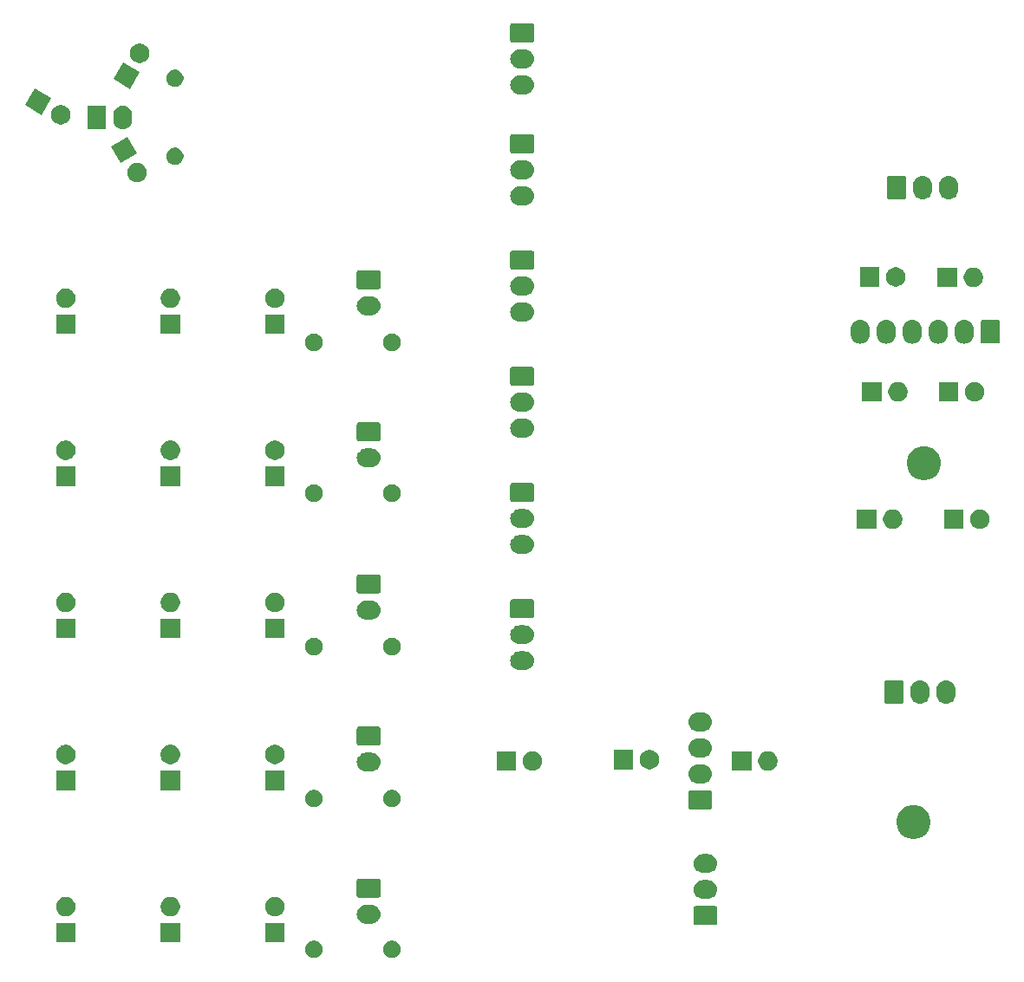
<source format=gbr>
G04 #@! TF.GenerationSoftware,KiCad,Pcbnew,(5.1.5-0-10_14)*
G04 #@! TF.CreationDate,2021-04-18T14:00:12+10:00*
G04 #@! TF.ProjectId,OH - Misc Lights,4f48202d-204d-4697-9363-204c69676874,rev?*
G04 #@! TF.SameCoordinates,Original*
G04 #@! TF.FileFunction,Soldermask,Bot*
G04 #@! TF.FilePolarity,Negative*
%FSLAX46Y46*%
G04 Gerber Fmt 4.6, Leading zero omitted, Abs format (unit mm)*
G04 Created by KiCad (PCBNEW (5.1.5-0-10_14)) date 2021-04-18 14:00:12*
%MOMM*%
%LPD*%
G04 APERTURE LIST*
%ADD10C,0.100000*%
G04 APERTURE END LIST*
D10*
G36*
X183382228Y-124149703D02*
G01*
X183537100Y-124213853D01*
X183676481Y-124306985D01*
X183795015Y-124425519D01*
X183888147Y-124564900D01*
X183952297Y-124719772D01*
X183985000Y-124884184D01*
X183985000Y-125051816D01*
X183952297Y-125216228D01*
X183888147Y-125371100D01*
X183795015Y-125510481D01*
X183676481Y-125629015D01*
X183537100Y-125722147D01*
X183382228Y-125786297D01*
X183217816Y-125819000D01*
X183050184Y-125819000D01*
X182885772Y-125786297D01*
X182730900Y-125722147D01*
X182591519Y-125629015D01*
X182472985Y-125510481D01*
X182379853Y-125371100D01*
X182315703Y-125216228D01*
X182283000Y-125051816D01*
X182283000Y-124884184D01*
X182315703Y-124719772D01*
X182379853Y-124564900D01*
X182472985Y-124425519D01*
X182591519Y-124306985D01*
X182730900Y-124213853D01*
X182885772Y-124149703D01*
X183050184Y-124117000D01*
X183217816Y-124117000D01*
X183382228Y-124149703D01*
G37*
G36*
X175762228Y-124149703D02*
G01*
X175917100Y-124213853D01*
X176056481Y-124306985D01*
X176175015Y-124425519D01*
X176268147Y-124564900D01*
X176332297Y-124719772D01*
X176365000Y-124884184D01*
X176365000Y-125051816D01*
X176332297Y-125216228D01*
X176268147Y-125371100D01*
X176175015Y-125510481D01*
X176056481Y-125629015D01*
X175917100Y-125722147D01*
X175762228Y-125786297D01*
X175597816Y-125819000D01*
X175430184Y-125819000D01*
X175265772Y-125786297D01*
X175110900Y-125722147D01*
X174971519Y-125629015D01*
X174852985Y-125510481D01*
X174759853Y-125371100D01*
X174695703Y-125216228D01*
X174663000Y-125051816D01*
X174663000Y-124884184D01*
X174695703Y-124719772D01*
X174759853Y-124564900D01*
X174852985Y-124425519D01*
X174971519Y-124306985D01*
X175110900Y-124213853D01*
X175265772Y-124149703D01*
X175430184Y-124117000D01*
X175597816Y-124117000D01*
X175762228Y-124149703D01*
G37*
G36*
X152224000Y-124273000D02*
G01*
X150322000Y-124273000D01*
X150322000Y-122371000D01*
X152224000Y-122371000D01*
X152224000Y-124273000D01*
G37*
G36*
X162439000Y-124273000D02*
G01*
X160537000Y-124273000D01*
X160537000Y-122371000D01*
X162439000Y-122371000D01*
X162439000Y-124273000D01*
G37*
G36*
X172655000Y-124273000D02*
G01*
X170753000Y-124273000D01*
X170753000Y-122371000D01*
X172655000Y-122371000D01*
X172655000Y-124273000D01*
G37*
G36*
X214750561Y-120748966D02*
G01*
X214783383Y-120758923D01*
X214813632Y-120775092D01*
X214840148Y-120796852D01*
X214861908Y-120823368D01*
X214878077Y-120853617D01*
X214888034Y-120886439D01*
X214892000Y-120926713D01*
X214892000Y-122405287D01*
X214888034Y-122445561D01*
X214878077Y-122478383D01*
X214861908Y-122508632D01*
X214840148Y-122535148D01*
X214813632Y-122556908D01*
X214783383Y-122573077D01*
X214750561Y-122583034D01*
X214710287Y-122587000D01*
X212771713Y-122587000D01*
X212731439Y-122583034D01*
X212698617Y-122573077D01*
X212668368Y-122556908D01*
X212641852Y-122535148D01*
X212620092Y-122508632D01*
X212603923Y-122478383D01*
X212593966Y-122445561D01*
X212590000Y-122405287D01*
X212590000Y-120926713D01*
X212593966Y-120886439D01*
X212603923Y-120853617D01*
X212620092Y-120823368D01*
X212641852Y-120796852D01*
X212668368Y-120775092D01*
X212698617Y-120758923D01*
X212731439Y-120748966D01*
X212771713Y-120745000D01*
X214710287Y-120745000D01*
X214750561Y-120748966D01*
G37*
G36*
X181168345Y-120615442D02*
G01*
X181258548Y-120624326D01*
X181432157Y-120676990D01*
X181592156Y-120762511D01*
X181625166Y-120789602D01*
X181732397Y-120877603D01*
X181798395Y-120958023D01*
X181847489Y-121017844D01*
X181933010Y-121177843D01*
X181985674Y-121351452D01*
X182003456Y-121532000D01*
X181985674Y-121712548D01*
X181933010Y-121886157D01*
X181847489Y-122046156D01*
X181811729Y-122089729D01*
X181732397Y-122186397D01*
X181635729Y-122265729D01*
X181592156Y-122301489D01*
X181432157Y-122387010D01*
X181258548Y-122439674D01*
X181168345Y-122448558D01*
X181123245Y-122453000D01*
X180572755Y-122453000D01*
X180527655Y-122448558D01*
X180437452Y-122439674D01*
X180263843Y-122387010D01*
X180103844Y-122301489D01*
X180060271Y-122265729D01*
X179963603Y-122186397D01*
X179884271Y-122089729D01*
X179848511Y-122046156D01*
X179762990Y-121886157D01*
X179710326Y-121712548D01*
X179692544Y-121532000D01*
X179710326Y-121351452D01*
X179762990Y-121177843D01*
X179848511Y-121017844D01*
X179897605Y-120958023D01*
X179963603Y-120877603D01*
X180070834Y-120789602D01*
X180103844Y-120762511D01*
X180263843Y-120676990D01*
X180437452Y-120624326D01*
X180527655Y-120615442D01*
X180572755Y-120611000D01*
X181123245Y-120611000D01*
X181168345Y-120615442D01*
G37*
G36*
X171981395Y-119867546D02*
G01*
X172154466Y-119939234D01*
X172154467Y-119939235D01*
X172310227Y-120043310D01*
X172442690Y-120175773D01*
X172442691Y-120175775D01*
X172546766Y-120331534D01*
X172618454Y-120504605D01*
X172655000Y-120688333D01*
X172655000Y-120875667D01*
X172618454Y-121059395D01*
X172546766Y-121232466D01*
X172546765Y-121232467D01*
X172442690Y-121388227D01*
X172310227Y-121520690D01*
X172293300Y-121532000D01*
X172154466Y-121624766D01*
X171981395Y-121696454D01*
X171797667Y-121733000D01*
X171610333Y-121733000D01*
X171426605Y-121696454D01*
X171253534Y-121624766D01*
X171114700Y-121532000D01*
X171097773Y-121520690D01*
X170965310Y-121388227D01*
X170861235Y-121232467D01*
X170861234Y-121232466D01*
X170789546Y-121059395D01*
X170753000Y-120875667D01*
X170753000Y-120688333D01*
X170789546Y-120504605D01*
X170861234Y-120331534D01*
X170965309Y-120175775D01*
X170965310Y-120175773D01*
X171097773Y-120043310D01*
X171253533Y-119939235D01*
X171253534Y-119939234D01*
X171426605Y-119867546D01*
X171610333Y-119831000D01*
X171797667Y-119831000D01*
X171981395Y-119867546D01*
G37*
G36*
X161765395Y-119867546D02*
G01*
X161938466Y-119939234D01*
X161938467Y-119939235D01*
X162094227Y-120043310D01*
X162226690Y-120175773D01*
X162226691Y-120175775D01*
X162330766Y-120331534D01*
X162402454Y-120504605D01*
X162439000Y-120688333D01*
X162439000Y-120875667D01*
X162402454Y-121059395D01*
X162330766Y-121232466D01*
X162330765Y-121232467D01*
X162226690Y-121388227D01*
X162094227Y-121520690D01*
X162077300Y-121532000D01*
X161938466Y-121624766D01*
X161765395Y-121696454D01*
X161581667Y-121733000D01*
X161394333Y-121733000D01*
X161210605Y-121696454D01*
X161037534Y-121624766D01*
X160898700Y-121532000D01*
X160881773Y-121520690D01*
X160749310Y-121388227D01*
X160645235Y-121232467D01*
X160645234Y-121232466D01*
X160573546Y-121059395D01*
X160537000Y-120875667D01*
X160537000Y-120688333D01*
X160573546Y-120504605D01*
X160645234Y-120331534D01*
X160749309Y-120175775D01*
X160749310Y-120175773D01*
X160881773Y-120043310D01*
X161037533Y-119939235D01*
X161037534Y-119939234D01*
X161210605Y-119867546D01*
X161394333Y-119831000D01*
X161581667Y-119831000D01*
X161765395Y-119867546D01*
G37*
G36*
X151550395Y-119867546D02*
G01*
X151723466Y-119939234D01*
X151723467Y-119939235D01*
X151879227Y-120043310D01*
X152011690Y-120175773D01*
X152011691Y-120175775D01*
X152115766Y-120331534D01*
X152187454Y-120504605D01*
X152224000Y-120688333D01*
X152224000Y-120875667D01*
X152187454Y-121059395D01*
X152115766Y-121232466D01*
X152115765Y-121232467D01*
X152011690Y-121388227D01*
X151879227Y-121520690D01*
X151862300Y-121532000D01*
X151723466Y-121624766D01*
X151550395Y-121696454D01*
X151366667Y-121733000D01*
X151179333Y-121733000D01*
X150995605Y-121696454D01*
X150822534Y-121624766D01*
X150683700Y-121532000D01*
X150666773Y-121520690D01*
X150534310Y-121388227D01*
X150430235Y-121232467D01*
X150430234Y-121232466D01*
X150358546Y-121059395D01*
X150322000Y-120875667D01*
X150322000Y-120688333D01*
X150358546Y-120504605D01*
X150430234Y-120331534D01*
X150534309Y-120175775D01*
X150534310Y-120175773D01*
X150666773Y-120043310D01*
X150822533Y-119939235D01*
X150822534Y-119939234D01*
X150995605Y-119867546D01*
X151179333Y-119831000D01*
X151366667Y-119831000D01*
X151550395Y-119867546D01*
G37*
G36*
X214061345Y-118209442D02*
G01*
X214151548Y-118218326D01*
X214325157Y-118270990D01*
X214485156Y-118356511D01*
X214528729Y-118392271D01*
X214625397Y-118471603D01*
X214704729Y-118568271D01*
X214740489Y-118611844D01*
X214826010Y-118771843D01*
X214878674Y-118945452D01*
X214896456Y-119126000D01*
X214878674Y-119306548D01*
X214826010Y-119480157D01*
X214740489Y-119640156D01*
X214704729Y-119683729D01*
X214625397Y-119780397D01*
X214528729Y-119859729D01*
X214485156Y-119895489D01*
X214325157Y-119981010D01*
X214151548Y-120033674D01*
X214061345Y-120042558D01*
X214016245Y-120047000D01*
X213465755Y-120047000D01*
X213420655Y-120042558D01*
X213330452Y-120033674D01*
X213156843Y-119981010D01*
X212996844Y-119895489D01*
X212953271Y-119859729D01*
X212856603Y-119780397D01*
X212777271Y-119683729D01*
X212741511Y-119640156D01*
X212655990Y-119480157D01*
X212603326Y-119306548D01*
X212585544Y-119126000D01*
X212603326Y-118945452D01*
X212655990Y-118771843D01*
X212741511Y-118611844D01*
X212777271Y-118568271D01*
X212856603Y-118471603D01*
X212953271Y-118392271D01*
X212996844Y-118356511D01*
X213156843Y-118270990D01*
X213330452Y-118218326D01*
X213420655Y-118209442D01*
X213465755Y-118205000D01*
X214016245Y-118205000D01*
X214061345Y-118209442D01*
G37*
G36*
X181857561Y-118074966D02*
G01*
X181890383Y-118084923D01*
X181920632Y-118101092D01*
X181947148Y-118122852D01*
X181968908Y-118149368D01*
X181985077Y-118179617D01*
X181995034Y-118212439D01*
X181999000Y-118252713D01*
X181999000Y-119731287D01*
X181995034Y-119771561D01*
X181985077Y-119804383D01*
X181968908Y-119834632D01*
X181947148Y-119861148D01*
X181920632Y-119882908D01*
X181890383Y-119899077D01*
X181857561Y-119909034D01*
X181817287Y-119913000D01*
X179878713Y-119913000D01*
X179838439Y-119909034D01*
X179805617Y-119899077D01*
X179775368Y-119882908D01*
X179748852Y-119861148D01*
X179727092Y-119834632D01*
X179710923Y-119804383D01*
X179700966Y-119771561D01*
X179697000Y-119731287D01*
X179697000Y-118252713D01*
X179700966Y-118212439D01*
X179710923Y-118179617D01*
X179727092Y-118149368D01*
X179748852Y-118122852D01*
X179775368Y-118101092D01*
X179805617Y-118084923D01*
X179838439Y-118074966D01*
X179878713Y-118071000D01*
X181817287Y-118071000D01*
X181857561Y-118074966D01*
G37*
G36*
X214061345Y-115669442D02*
G01*
X214151548Y-115678326D01*
X214325157Y-115730990D01*
X214485156Y-115816511D01*
X214528729Y-115852271D01*
X214625397Y-115931603D01*
X214704729Y-116028271D01*
X214740489Y-116071844D01*
X214826010Y-116231843D01*
X214878674Y-116405452D01*
X214896456Y-116586000D01*
X214878674Y-116766548D01*
X214826010Y-116940157D01*
X214740489Y-117100156D01*
X214704729Y-117143729D01*
X214625397Y-117240397D01*
X214528729Y-117319729D01*
X214485156Y-117355489D01*
X214325157Y-117441010D01*
X214151548Y-117493674D01*
X214061345Y-117502558D01*
X214016245Y-117507000D01*
X213465755Y-117507000D01*
X213420655Y-117502558D01*
X213330452Y-117493674D01*
X213156843Y-117441010D01*
X212996844Y-117355489D01*
X212953271Y-117319729D01*
X212856603Y-117240397D01*
X212777271Y-117143729D01*
X212741511Y-117100156D01*
X212655990Y-116940157D01*
X212603326Y-116766548D01*
X212585544Y-116586000D01*
X212603326Y-116405452D01*
X212655990Y-116231843D01*
X212741511Y-116071844D01*
X212777271Y-116028271D01*
X212856603Y-115931603D01*
X212953271Y-115852271D01*
X212996844Y-115816511D01*
X213156843Y-115730990D01*
X213330452Y-115678326D01*
X213420655Y-115669442D01*
X213465755Y-115665000D01*
X214016245Y-115665000D01*
X214061345Y-115669442D01*
G37*
G36*
X234436256Y-110913298D02*
G01*
X234542579Y-110934447D01*
X234677053Y-110990148D01*
X234831923Y-111054297D01*
X234843042Y-111058903D01*
X235113451Y-111239585D01*
X235343415Y-111469549D01*
X235524097Y-111739958D01*
X235648553Y-112040421D01*
X235712000Y-112359391D01*
X235712000Y-112684609D01*
X235648553Y-113003579D01*
X235524097Y-113304042D01*
X235343415Y-113574451D01*
X235113451Y-113804415D01*
X234843042Y-113985097D01*
X234542579Y-114109553D01*
X234436256Y-114130702D01*
X234223611Y-114173000D01*
X233898389Y-114173000D01*
X233685744Y-114130702D01*
X233579421Y-114109553D01*
X233278958Y-113985097D01*
X233008549Y-113804415D01*
X232778585Y-113574451D01*
X232597903Y-113304042D01*
X232473447Y-113003579D01*
X232410000Y-112684609D01*
X232410000Y-112359391D01*
X232473447Y-112040421D01*
X232597903Y-111739958D01*
X232778585Y-111469549D01*
X233008549Y-111239585D01*
X233278958Y-111058903D01*
X233290078Y-111054297D01*
X233444947Y-110990148D01*
X233579421Y-110934447D01*
X233685744Y-110913298D01*
X233898389Y-110871000D01*
X234223611Y-110871000D01*
X234436256Y-110913298D01*
G37*
G36*
X214242561Y-109445966D02*
G01*
X214275383Y-109455923D01*
X214305632Y-109472092D01*
X214332148Y-109493852D01*
X214353908Y-109520368D01*
X214370077Y-109550617D01*
X214380034Y-109583439D01*
X214384000Y-109623713D01*
X214384000Y-111102287D01*
X214380034Y-111142561D01*
X214370077Y-111175383D01*
X214353908Y-111205632D01*
X214332148Y-111232148D01*
X214305632Y-111253908D01*
X214275383Y-111270077D01*
X214242561Y-111280034D01*
X214202287Y-111284000D01*
X212263713Y-111284000D01*
X212223439Y-111280034D01*
X212190617Y-111270077D01*
X212160368Y-111253908D01*
X212133852Y-111232148D01*
X212112092Y-111205632D01*
X212095923Y-111175383D01*
X212085966Y-111142561D01*
X212082000Y-111102287D01*
X212082000Y-109623713D01*
X212085966Y-109583439D01*
X212095923Y-109550617D01*
X212112092Y-109520368D01*
X212133852Y-109493852D01*
X212160368Y-109472092D01*
X212190617Y-109455923D01*
X212223439Y-109445966D01*
X212263713Y-109442000D01*
X214202287Y-109442000D01*
X214242561Y-109445966D01*
G37*
G36*
X183382228Y-109417703D02*
G01*
X183537100Y-109481853D01*
X183676481Y-109574985D01*
X183795015Y-109693519D01*
X183888147Y-109832900D01*
X183952297Y-109987772D01*
X183985000Y-110152184D01*
X183985000Y-110319816D01*
X183952297Y-110484228D01*
X183888147Y-110639100D01*
X183795015Y-110778481D01*
X183676481Y-110897015D01*
X183537100Y-110990147D01*
X183382228Y-111054297D01*
X183217816Y-111087000D01*
X183050184Y-111087000D01*
X182885772Y-111054297D01*
X182730900Y-110990147D01*
X182591519Y-110897015D01*
X182472985Y-110778481D01*
X182379853Y-110639100D01*
X182315703Y-110484228D01*
X182283000Y-110319816D01*
X182283000Y-110152184D01*
X182315703Y-109987772D01*
X182379853Y-109832900D01*
X182472985Y-109693519D01*
X182591519Y-109574985D01*
X182730900Y-109481853D01*
X182885772Y-109417703D01*
X183050184Y-109385000D01*
X183217816Y-109385000D01*
X183382228Y-109417703D01*
G37*
G36*
X175762228Y-109417703D02*
G01*
X175917100Y-109481853D01*
X176056481Y-109574985D01*
X176175015Y-109693519D01*
X176268147Y-109832900D01*
X176332297Y-109987772D01*
X176365000Y-110152184D01*
X176365000Y-110319816D01*
X176332297Y-110484228D01*
X176268147Y-110639100D01*
X176175015Y-110778481D01*
X176056481Y-110897015D01*
X175917100Y-110990147D01*
X175762228Y-111054297D01*
X175597816Y-111087000D01*
X175430184Y-111087000D01*
X175265772Y-111054297D01*
X175110900Y-110990147D01*
X174971519Y-110897015D01*
X174852985Y-110778481D01*
X174759853Y-110639100D01*
X174695703Y-110484228D01*
X174663000Y-110319816D01*
X174663000Y-110152184D01*
X174695703Y-109987772D01*
X174759853Y-109832900D01*
X174852985Y-109693519D01*
X174971519Y-109574985D01*
X175110900Y-109481853D01*
X175265772Y-109417703D01*
X175430184Y-109385000D01*
X175597816Y-109385000D01*
X175762228Y-109417703D01*
G37*
G36*
X152224000Y-109414000D02*
G01*
X150322000Y-109414000D01*
X150322000Y-107512000D01*
X152224000Y-107512000D01*
X152224000Y-109414000D01*
G37*
G36*
X172655000Y-109414000D02*
G01*
X170753000Y-109414000D01*
X170753000Y-107512000D01*
X172655000Y-107512000D01*
X172655000Y-109414000D01*
G37*
G36*
X162439000Y-109414000D02*
G01*
X160537000Y-109414000D01*
X160537000Y-107512000D01*
X162439000Y-107512000D01*
X162439000Y-109414000D01*
G37*
G36*
X213553345Y-106906442D02*
G01*
X213643548Y-106915326D01*
X213817157Y-106967990D01*
X213977156Y-107053511D01*
X214020729Y-107089271D01*
X214117397Y-107168603D01*
X214196729Y-107265271D01*
X214232489Y-107308844D01*
X214318010Y-107468843D01*
X214370674Y-107642452D01*
X214388456Y-107823000D01*
X214370674Y-108003548D01*
X214318010Y-108177157D01*
X214232489Y-108337156D01*
X214196729Y-108380729D01*
X214117397Y-108477397D01*
X214020729Y-108556729D01*
X213977156Y-108592489D01*
X213817157Y-108678010D01*
X213643548Y-108730674D01*
X213553345Y-108739558D01*
X213508245Y-108744000D01*
X212957755Y-108744000D01*
X212912655Y-108739558D01*
X212822452Y-108730674D01*
X212648843Y-108678010D01*
X212488844Y-108592489D01*
X212445271Y-108556729D01*
X212348603Y-108477397D01*
X212269271Y-108380729D01*
X212233511Y-108337156D01*
X212147990Y-108177157D01*
X212095326Y-108003548D01*
X212077544Y-107823000D01*
X212095326Y-107642452D01*
X212147990Y-107468843D01*
X212233511Y-107308844D01*
X212269271Y-107265271D01*
X212348603Y-107168603D01*
X212445271Y-107089271D01*
X212488844Y-107053511D01*
X212648843Y-106967990D01*
X212822452Y-106915326D01*
X212912655Y-106906442D01*
X212957755Y-106902000D01*
X213508245Y-106902000D01*
X213553345Y-106906442D01*
G37*
G36*
X181168345Y-105756442D02*
G01*
X181258548Y-105765326D01*
X181432157Y-105817990D01*
X181592156Y-105903511D01*
X181633445Y-105937396D01*
X181732397Y-106018603D01*
X181801276Y-106102534D01*
X181847489Y-106158844D01*
X181933010Y-106318843D01*
X181985674Y-106492452D01*
X182003456Y-106673000D01*
X181985674Y-106853548D01*
X181933010Y-107027157D01*
X181847489Y-107187156D01*
X181811729Y-107230729D01*
X181732397Y-107327397D01*
X181649089Y-107395765D01*
X181592156Y-107442489D01*
X181432157Y-107528010D01*
X181258548Y-107580674D01*
X181168345Y-107589558D01*
X181123245Y-107594000D01*
X180572755Y-107594000D01*
X180527655Y-107589558D01*
X180437452Y-107580674D01*
X180263843Y-107528010D01*
X180103844Y-107442489D01*
X180046911Y-107395765D01*
X179963603Y-107327397D01*
X179884271Y-107230729D01*
X179848511Y-107187156D01*
X179762990Y-107027157D01*
X179710326Y-106853548D01*
X179692544Y-106673000D01*
X179710326Y-106492452D01*
X179762990Y-106318843D01*
X179848511Y-106158844D01*
X179894724Y-106102534D01*
X179963603Y-106018603D01*
X180062555Y-105937396D01*
X180103844Y-105903511D01*
X180263843Y-105817990D01*
X180437452Y-105765326D01*
X180527655Y-105756442D01*
X180572755Y-105752000D01*
X181123245Y-105752000D01*
X181168345Y-105756442D01*
G37*
G36*
X197127395Y-105638546D02*
G01*
X197300466Y-105710234D01*
X197300467Y-105710235D01*
X197456227Y-105814310D01*
X197588690Y-105946773D01*
X197588691Y-105946775D01*
X197692766Y-106102534D01*
X197764454Y-106275605D01*
X197801000Y-106459333D01*
X197801000Y-106646667D01*
X197764454Y-106830395D01*
X197692766Y-107003466D01*
X197692765Y-107003467D01*
X197588690Y-107159227D01*
X197456227Y-107291690D01*
X197402789Y-107327396D01*
X197300466Y-107395766D01*
X197127395Y-107467454D01*
X196943667Y-107504000D01*
X196756333Y-107504000D01*
X196572605Y-107467454D01*
X196399534Y-107395766D01*
X196297211Y-107327396D01*
X196243773Y-107291690D01*
X196111310Y-107159227D01*
X196007235Y-107003467D01*
X196007234Y-107003466D01*
X195935546Y-106830395D01*
X195899000Y-106646667D01*
X195899000Y-106459333D01*
X195935546Y-106275605D01*
X196007234Y-106102534D01*
X196111309Y-105946775D01*
X196111310Y-105946773D01*
X196243773Y-105814310D01*
X196399533Y-105710235D01*
X196399534Y-105710234D01*
X196572605Y-105638546D01*
X196756333Y-105602000D01*
X196943667Y-105602000D01*
X197127395Y-105638546D01*
G37*
G36*
X220114395Y-105638546D02*
G01*
X220287466Y-105710234D01*
X220287467Y-105710235D01*
X220443227Y-105814310D01*
X220575690Y-105946773D01*
X220575691Y-105946775D01*
X220679766Y-106102534D01*
X220751454Y-106275605D01*
X220788000Y-106459333D01*
X220788000Y-106646667D01*
X220751454Y-106830395D01*
X220679766Y-107003466D01*
X220679765Y-107003467D01*
X220575690Y-107159227D01*
X220443227Y-107291690D01*
X220389789Y-107327396D01*
X220287466Y-107395766D01*
X220114395Y-107467454D01*
X219930667Y-107504000D01*
X219743333Y-107504000D01*
X219559605Y-107467454D01*
X219386534Y-107395766D01*
X219284211Y-107327396D01*
X219230773Y-107291690D01*
X219098310Y-107159227D01*
X218994235Y-107003467D01*
X218994234Y-107003466D01*
X218922546Y-106830395D01*
X218886000Y-106646667D01*
X218886000Y-106459333D01*
X218922546Y-106275605D01*
X218994234Y-106102534D01*
X219098309Y-105946775D01*
X219098310Y-105946773D01*
X219230773Y-105814310D01*
X219386533Y-105710235D01*
X219386534Y-105710234D01*
X219559605Y-105638546D01*
X219743333Y-105602000D01*
X219930667Y-105602000D01*
X220114395Y-105638546D01*
G37*
G36*
X195261000Y-107504000D02*
G01*
X193359000Y-107504000D01*
X193359000Y-105602000D01*
X195261000Y-105602000D01*
X195261000Y-107504000D01*
G37*
G36*
X218248000Y-107504000D02*
G01*
X216346000Y-107504000D01*
X216346000Y-105602000D01*
X218248000Y-105602000D01*
X218248000Y-107504000D01*
G37*
G36*
X206691000Y-107377000D02*
G01*
X204789000Y-107377000D01*
X204789000Y-105475000D01*
X206691000Y-105475000D01*
X206691000Y-107377000D01*
G37*
G36*
X208557395Y-105511546D02*
G01*
X208730466Y-105583234D01*
X208730467Y-105583235D01*
X208886227Y-105687310D01*
X209018690Y-105819773D01*
X209025079Y-105829335D01*
X209122766Y-105975534D01*
X209194454Y-106148605D01*
X209231000Y-106332333D01*
X209231000Y-106519667D01*
X209194454Y-106703395D01*
X209122766Y-106876466D01*
X209071081Y-106953818D01*
X209018690Y-107032227D01*
X208886227Y-107164690D01*
X208852604Y-107187156D01*
X208730466Y-107268766D01*
X208557395Y-107340454D01*
X208373667Y-107377000D01*
X208186333Y-107377000D01*
X208002605Y-107340454D01*
X207829534Y-107268766D01*
X207707396Y-107187156D01*
X207673773Y-107164690D01*
X207541310Y-107032227D01*
X207488919Y-106953818D01*
X207437234Y-106876466D01*
X207365546Y-106703395D01*
X207329000Y-106519667D01*
X207329000Y-106332333D01*
X207365546Y-106148605D01*
X207437234Y-105975534D01*
X207534921Y-105829335D01*
X207541310Y-105819773D01*
X207673773Y-105687310D01*
X207829533Y-105583235D01*
X207829534Y-105583234D01*
X208002605Y-105511546D01*
X208186333Y-105475000D01*
X208373667Y-105475000D01*
X208557395Y-105511546D01*
G37*
G36*
X161765395Y-105008546D02*
G01*
X161938466Y-105080234D01*
X162015818Y-105131919D01*
X162094227Y-105184310D01*
X162226690Y-105316773D01*
X162226691Y-105316775D01*
X162330766Y-105472534D01*
X162402454Y-105645605D01*
X162439000Y-105829333D01*
X162439000Y-106016667D01*
X162402454Y-106200395D01*
X162330766Y-106373466D01*
X162330765Y-106373467D01*
X162226690Y-106529227D01*
X162094227Y-106661690D01*
X162077300Y-106673000D01*
X161938466Y-106765766D01*
X161765395Y-106837454D01*
X161581667Y-106874000D01*
X161394333Y-106874000D01*
X161210605Y-106837454D01*
X161037534Y-106765766D01*
X160898700Y-106673000D01*
X160881773Y-106661690D01*
X160749310Y-106529227D01*
X160645235Y-106373467D01*
X160645234Y-106373466D01*
X160573546Y-106200395D01*
X160537000Y-106016667D01*
X160537000Y-105829333D01*
X160573546Y-105645605D01*
X160645234Y-105472534D01*
X160749309Y-105316775D01*
X160749310Y-105316773D01*
X160881773Y-105184310D01*
X160960182Y-105131919D01*
X161037534Y-105080234D01*
X161210605Y-105008546D01*
X161394333Y-104972000D01*
X161581667Y-104972000D01*
X161765395Y-105008546D01*
G37*
G36*
X151550395Y-105008546D02*
G01*
X151723466Y-105080234D01*
X151800818Y-105131919D01*
X151879227Y-105184310D01*
X152011690Y-105316773D01*
X152011691Y-105316775D01*
X152115766Y-105472534D01*
X152187454Y-105645605D01*
X152224000Y-105829333D01*
X152224000Y-106016667D01*
X152187454Y-106200395D01*
X152115766Y-106373466D01*
X152115765Y-106373467D01*
X152011690Y-106529227D01*
X151879227Y-106661690D01*
X151862300Y-106673000D01*
X151723466Y-106765766D01*
X151550395Y-106837454D01*
X151366667Y-106874000D01*
X151179333Y-106874000D01*
X150995605Y-106837454D01*
X150822534Y-106765766D01*
X150683700Y-106673000D01*
X150666773Y-106661690D01*
X150534310Y-106529227D01*
X150430235Y-106373467D01*
X150430234Y-106373466D01*
X150358546Y-106200395D01*
X150322000Y-106016667D01*
X150322000Y-105829333D01*
X150358546Y-105645605D01*
X150430234Y-105472534D01*
X150534309Y-105316775D01*
X150534310Y-105316773D01*
X150666773Y-105184310D01*
X150745182Y-105131919D01*
X150822534Y-105080234D01*
X150995605Y-105008546D01*
X151179333Y-104972000D01*
X151366667Y-104972000D01*
X151550395Y-105008546D01*
G37*
G36*
X171981395Y-105008546D02*
G01*
X172154466Y-105080234D01*
X172231818Y-105131919D01*
X172310227Y-105184310D01*
X172442690Y-105316773D01*
X172442691Y-105316775D01*
X172546766Y-105472534D01*
X172618454Y-105645605D01*
X172655000Y-105829333D01*
X172655000Y-106016667D01*
X172618454Y-106200395D01*
X172546766Y-106373466D01*
X172546765Y-106373467D01*
X172442690Y-106529227D01*
X172310227Y-106661690D01*
X172293300Y-106673000D01*
X172154466Y-106765766D01*
X171981395Y-106837454D01*
X171797667Y-106874000D01*
X171610333Y-106874000D01*
X171426605Y-106837454D01*
X171253534Y-106765766D01*
X171114700Y-106673000D01*
X171097773Y-106661690D01*
X170965310Y-106529227D01*
X170861235Y-106373467D01*
X170861234Y-106373466D01*
X170789546Y-106200395D01*
X170753000Y-106016667D01*
X170753000Y-105829333D01*
X170789546Y-105645605D01*
X170861234Y-105472534D01*
X170965309Y-105316775D01*
X170965310Y-105316773D01*
X171097773Y-105184310D01*
X171176182Y-105131919D01*
X171253534Y-105080234D01*
X171426605Y-105008546D01*
X171610333Y-104972000D01*
X171797667Y-104972000D01*
X171981395Y-105008546D01*
G37*
G36*
X213553345Y-104366442D02*
G01*
X213643548Y-104375326D01*
X213817157Y-104427990D01*
X213977156Y-104513511D01*
X214020729Y-104549271D01*
X214117397Y-104628603D01*
X214196729Y-104725271D01*
X214232489Y-104768844D01*
X214318010Y-104928843D01*
X214370674Y-105102452D01*
X214388456Y-105283000D01*
X214370674Y-105463548D01*
X214318010Y-105637157D01*
X214318009Y-105637159D01*
X214308229Y-105655456D01*
X214232489Y-105797156D01*
X214213926Y-105819775D01*
X214117397Y-105937397D01*
X214020807Y-106016665D01*
X213977156Y-106052489D01*
X213817157Y-106138010D01*
X213643548Y-106190674D01*
X213553345Y-106199558D01*
X213508245Y-106204000D01*
X212957755Y-106204000D01*
X212912655Y-106199558D01*
X212822452Y-106190674D01*
X212648843Y-106138010D01*
X212488844Y-106052489D01*
X212445193Y-106016665D01*
X212348603Y-105937397D01*
X212252074Y-105819775D01*
X212233511Y-105797156D01*
X212157771Y-105655456D01*
X212147991Y-105637159D01*
X212147990Y-105637157D01*
X212095326Y-105463548D01*
X212077544Y-105283000D01*
X212095326Y-105102452D01*
X212147990Y-104928843D01*
X212233511Y-104768844D01*
X212269271Y-104725271D01*
X212348603Y-104628603D01*
X212445271Y-104549271D01*
X212488844Y-104513511D01*
X212648843Y-104427990D01*
X212822452Y-104375326D01*
X212912655Y-104366442D01*
X212957755Y-104362000D01*
X213508245Y-104362000D01*
X213553345Y-104366442D01*
G37*
G36*
X181857561Y-103215966D02*
G01*
X181890383Y-103225923D01*
X181920632Y-103242092D01*
X181947148Y-103263852D01*
X181968908Y-103290368D01*
X181985077Y-103320617D01*
X181995034Y-103353439D01*
X181999000Y-103393713D01*
X181999000Y-104872287D01*
X181995034Y-104912561D01*
X181985077Y-104945383D01*
X181968908Y-104975632D01*
X181947148Y-105002148D01*
X181920632Y-105023908D01*
X181890383Y-105040077D01*
X181857561Y-105050034D01*
X181817287Y-105054000D01*
X179878713Y-105054000D01*
X179838439Y-105050034D01*
X179805617Y-105040077D01*
X179775368Y-105023908D01*
X179748852Y-105002148D01*
X179727092Y-104975632D01*
X179710923Y-104945383D01*
X179700966Y-104912561D01*
X179697000Y-104872287D01*
X179697000Y-103393713D01*
X179700966Y-103353439D01*
X179710923Y-103320617D01*
X179727092Y-103290368D01*
X179748852Y-103263852D01*
X179775368Y-103242092D01*
X179805617Y-103225923D01*
X179838439Y-103215966D01*
X179878713Y-103212000D01*
X181817287Y-103212000D01*
X181857561Y-103215966D01*
G37*
G36*
X213553345Y-101826442D02*
G01*
X213643548Y-101835326D01*
X213817157Y-101887990D01*
X213977156Y-101973511D01*
X214020729Y-102009271D01*
X214117397Y-102088603D01*
X214196729Y-102185271D01*
X214232489Y-102228844D01*
X214318010Y-102388843D01*
X214370674Y-102562452D01*
X214388456Y-102743000D01*
X214370674Y-102923548D01*
X214318010Y-103097157D01*
X214232489Y-103257156D01*
X214205932Y-103289515D01*
X214117397Y-103397397D01*
X214020821Y-103476654D01*
X213977156Y-103512489D01*
X213817157Y-103598010D01*
X213643548Y-103650674D01*
X213553345Y-103659558D01*
X213508245Y-103664000D01*
X212957755Y-103664000D01*
X212912655Y-103659558D01*
X212822452Y-103650674D01*
X212648843Y-103598010D01*
X212488844Y-103512489D01*
X212445179Y-103476654D01*
X212348603Y-103397397D01*
X212260068Y-103289515D01*
X212233511Y-103257156D01*
X212147990Y-103097157D01*
X212095326Y-102923548D01*
X212077544Y-102743000D01*
X212095326Y-102562452D01*
X212147990Y-102388843D01*
X212233511Y-102228844D01*
X212269271Y-102185271D01*
X212348603Y-102088603D01*
X212445271Y-102009271D01*
X212488844Y-101973511D01*
X212648843Y-101887990D01*
X212822452Y-101835326D01*
X212912655Y-101826442D01*
X212957755Y-101822000D01*
X213508245Y-101822000D01*
X213553345Y-101826442D01*
G37*
G36*
X237416547Y-98684326D02*
G01*
X237590156Y-98736990D01*
X237590158Y-98736991D01*
X237750155Y-98822511D01*
X237890397Y-98937603D01*
X237969729Y-99034271D01*
X238005489Y-99077844D01*
X238091010Y-99237843D01*
X238143674Y-99411452D01*
X238157000Y-99546756D01*
X238157000Y-100097243D01*
X238143674Y-100232548D01*
X238091010Y-100406157D01*
X238005489Y-100566156D01*
X237969729Y-100609729D01*
X237890397Y-100706397D01*
X237793729Y-100785729D01*
X237750156Y-100821489D01*
X237590157Y-100907010D01*
X237416548Y-100959674D01*
X237236000Y-100977456D01*
X237055453Y-100959674D01*
X236881844Y-100907010D01*
X236721845Y-100821489D01*
X236678272Y-100785729D01*
X236581604Y-100706397D01*
X236466513Y-100566157D01*
X236466512Y-100566155D01*
X236380990Y-100406157D01*
X236328326Y-100232548D01*
X236315000Y-100097244D01*
X236315000Y-99546757D01*
X236328326Y-99411453D01*
X236380990Y-99237844D01*
X236466511Y-99077845D01*
X236466512Y-99077844D01*
X236581603Y-98937603D01*
X236707388Y-98834375D01*
X236721844Y-98822511D01*
X236881843Y-98736990D01*
X237055452Y-98684326D01*
X237236000Y-98666544D01*
X237416547Y-98684326D01*
G37*
G36*
X234876547Y-98684326D02*
G01*
X235050156Y-98736990D01*
X235050158Y-98736991D01*
X235210155Y-98822511D01*
X235350397Y-98937603D01*
X235429729Y-99034271D01*
X235465489Y-99077844D01*
X235551010Y-99237843D01*
X235603674Y-99411452D01*
X235617000Y-99546756D01*
X235617000Y-100097243D01*
X235603674Y-100232548D01*
X235551010Y-100406157D01*
X235465489Y-100566156D01*
X235429729Y-100609729D01*
X235350397Y-100706397D01*
X235253729Y-100785729D01*
X235210156Y-100821489D01*
X235050157Y-100907010D01*
X234876548Y-100959674D01*
X234696000Y-100977456D01*
X234515453Y-100959674D01*
X234341844Y-100907010D01*
X234181845Y-100821489D01*
X234138272Y-100785729D01*
X234041604Y-100706397D01*
X233926513Y-100566157D01*
X233926512Y-100566155D01*
X233840990Y-100406157D01*
X233788326Y-100232548D01*
X233775000Y-100097244D01*
X233775000Y-99546757D01*
X233788326Y-99411453D01*
X233840990Y-99237844D01*
X233926511Y-99077845D01*
X233926512Y-99077844D01*
X234041603Y-98937603D01*
X234167388Y-98834375D01*
X234181844Y-98822511D01*
X234341843Y-98736990D01*
X234515452Y-98684326D01*
X234696000Y-98666544D01*
X234876547Y-98684326D01*
G37*
G36*
X232935561Y-98674966D02*
G01*
X232968383Y-98684923D01*
X232998632Y-98701092D01*
X233025148Y-98722852D01*
X233046908Y-98749368D01*
X233063077Y-98779617D01*
X233073034Y-98812439D01*
X233077000Y-98852713D01*
X233077000Y-100791287D01*
X233073034Y-100831561D01*
X233063077Y-100864383D01*
X233046908Y-100894632D01*
X233025148Y-100921148D01*
X232998632Y-100942908D01*
X232968383Y-100959077D01*
X232935561Y-100969034D01*
X232895287Y-100973000D01*
X231416713Y-100973000D01*
X231376439Y-100969034D01*
X231343617Y-100959077D01*
X231313368Y-100942908D01*
X231286852Y-100921148D01*
X231265092Y-100894632D01*
X231248923Y-100864383D01*
X231238966Y-100831561D01*
X231235000Y-100791287D01*
X231235000Y-98852713D01*
X231238966Y-98812439D01*
X231248923Y-98779617D01*
X231265092Y-98749368D01*
X231286852Y-98722852D01*
X231313368Y-98701092D01*
X231343617Y-98684923D01*
X231376439Y-98674966D01*
X231416713Y-98671000D01*
X232895287Y-98671000D01*
X232935561Y-98674966D01*
G37*
G36*
X196154345Y-95857442D02*
G01*
X196244548Y-95866326D01*
X196418157Y-95918990D01*
X196578156Y-96004511D01*
X196618980Y-96038015D01*
X196718397Y-96119603D01*
X196797729Y-96216271D01*
X196833489Y-96259844D01*
X196919010Y-96419843D01*
X196971674Y-96593452D01*
X196989456Y-96774000D01*
X196971674Y-96954548D01*
X196919010Y-97128157D01*
X196833489Y-97288156D01*
X196797729Y-97331729D01*
X196718397Y-97428397D01*
X196621729Y-97507729D01*
X196578156Y-97543489D01*
X196418157Y-97629010D01*
X196244548Y-97681674D01*
X196154345Y-97690558D01*
X196109245Y-97695000D01*
X195558755Y-97695000D01*
X195513655Y-97690558D01*
X195423452Y-97681674D01*
X195249843Y-97629010D01*
X195089844Y-97543489D01*
X195046271Y-97507729D01*
X194949603Y-97428397D01*
X194870271Y-97331729D01*
X194834511Y-97288156D01*
X194748990Y-97128157D01*
X194696326Y-96954548D01*
X194678544Y-96774000D01*
X194696326Y-96593452D01*
X194748990Y-96419843D01*
X194834511Y-96259844D01*
X194870271Y-96216271D01*
X194949603Y-96119603D01*
X195049020Y-96038015D01*
X195089844Y-96004511D01*
X195249843Y-95918990D01*
X195423452Y-95866326D01*
X195513655Y-95857442D01*
X195558755Y-95853000D01*
X196109245Y-95853000D01*
X196154345Y-95857442D01*
G37*
G36*
X183382228Y-94558703D02*
G01*
X183537100Y-94622853D01*
X183676481Y-94715985D01*
X183795015Y-94834519D01*
X183888147Y-94973900D01*
X183952297Y-95128772D01*
X183985000Y-95293184D01*
X183985000Y-95460816D01*
X183952297Y-95625228D01*
X183888147Y-95780100D01*
X183795015Y-95919481D01*
X183676481Y-96038015D01*
X183537100Y-96131147D01*
X183382228Y-96195297D01*
X183217816Y-96228000D01*
X183050184Y-96228000D01*
X182885772Y-96195297D01*
X182730900Y-96131147D01*
X182591519Y-96038015D01*
X182472985Y-95919481D01*
X182379853Y-95780100D01*
X182315703Y-95625228D01*
X182283000Y-95460816D01*
X182283000Y-95293184D01*
X182315703Y-95128772D01*
X182379853Y-94973900D01*
X182472985Y-94834519D01*
X182591519Y-94715985D01*
X182730900Y-94622853D01*
X182885772Y-94558703D01*
X183050184Y-94526000D01*
X183217816Y-94526000D01*
X183382228Y-94558703D01*
G37*
G36*
X175762228Y-94558703D02*
G01*
X175917100Y-94622853D01*
X176056481Y-94715985D01*
X176175015Y-94834519D01*
X176268147Y-94973900D01*
X176332297Y-95128772D01*
X176365000Y-95293184D01*
X176365000Y-95460816D01*
X176332297Y-95625228D01*
X176268147Y-95780100D01*
X176175015Y-95919481D01*
X176056481Y-96038015D01*
X175917100Y-96131147D01*
X175762228Y-96195297D01*
X175597816Y-96228000D01*
X175430184Y-96228000D01*
X175265772Y-96195297D01*
X175110900Y-96131147D01*
X174971519Y-96038015D01*
X174852985Y-95919481D01*
X174759853Y-95780100D01*
X174695703Y-95625228D01*
X174663000Y-95460816D01*
X174663000Y-95293184D01*
X174695703Y-95128772D01*
X174759853Y-94973900D01*
X174852985Y-94834519D01*
X174971519Y-94715985D01*
X175110900Y-94622853D01*
X175265772Y-94558703D01*
X175430184Y-94526000D01*
X175597816Y-94526000D01*
X175762228Y-94558703D01*
G37*
G36*
X196154345Y-93317442D02*
G01*
X196244548Y-93326326D01*
X196418157Y-93378990D01*
X196578156Y-93464511D01*
X196621729Y-93500271D01*
X196718397Y-93579603D01*
X196797729Y-93676271D01*
X196833489Y-93719844D01*
X196919010Y-93879843D01*
X196971674Y-94053452D01*
X196989456Y-94234000D01*
X196971674Y-94414548D01*
X196919010Y-94588157D01*
X196833489Y-94748156D01*
X196797729Y-94791729D01*
X196718397Y-94888397D01*
X196621729Y-94967729D01*
X196578156Y-95003489D01*
X196418157Y-95089010D01*
X196244548Y-95141674D01*
X196154345Y-95150558D01*
X196109245Y-95155000D01*
X195558755Y-95155000D01*
X195513655Y-95150558D01*
X195423452Y-95141674D01*
X195249843Y-95089010D01*
X195089844Y-95003489D01*
X195046271Y-94967729D01*
X194949603Y-94888397D01*
X194870271Y-94791729D01*
X194834511Y-94748156D01*
X194748990Y-94588157D01*
X194696326Y-94414548D01*
X194678544Y-94234000D01*
X194696326Y-94053452D01*
X194748990Y-93879843D01*
X194834511Y-93719844D01*
X194870271Y-93676271D01*
X194949603Y-93579603D01*
X195046271Y-93500271D01*
X195089844Y-93464511D01*
X195249843Y-93378990D01*
X195423452Y-93326326D01*
X195513655Y-93317442D01*
X195558755Y-93313000D01*
X196109245Y-93313000D01*
X196154345Y-93317442D01*
G37*
G36*
X172655000Y-94555000D02*
G01*
X170753000Y-94555000D01*
X170753000Y-92653000D01*
X172655000Y-92653000D01*
X172655000Y-94555000D01*
G37*
G36*
X152224000Y-94555000D02*
G01*
X150322000Y-94555000D01*
X150322000Y-92653000D01*
X152224000Y-92653000D01*
X152224000Y-94555000D01*
G37*
G36*
X162439000Y-94555000D02*
G01*
X160537000Y-94555000D01*
X160537000Y-92653000D01*
X162439000Y-92653000D01*
X162439000Y-94555000D01*
G37*
G36*
X181168345Y-90897442D02*
G01*
X181258548Y-90906326D01*
X181432157Y-90958990D01*
X181592156Y-91044511D01*
X181635729Y-91080271D01*
X181732397Y-91159603D01*
X181811729Y-91256271D01*
X181847489Y-91299844D01*
X181933010Y-91459843D01*
X181985674Y-91633452D01*
X182003456Y-91814000D01*
X181985674Y-91994548D01*
X181933010Y-92168157D01*
X181847489Y-92328156D01*
X181829278Y-92350346D01*
X181732397Y-92468397D01*
X181649251Y-92536632D01*
X181592156Y-92583489D01*
X181432157Y-92669010D01*
X181258548Y-92721674D01*
X181168345Y-92730558D01*
X181123245Y-92735000D01*
X180572755Y-92735000D01*
X180527655Y-92730558D01*
X180437452Y-92721674D01*
X180263843Y-92669010D01*
X180103844Y-92583489D01*
X180046749Y-92536632D01*
X179963603Y-92468397D01*
X179866722Y-92350346D01*
X179848511Y-92328156D01*
X179762990Y-92168157D01*
X179710326Y-91994548D01*
X179692544Y-91814000D01*
X179710326Y-91633452D01*
X179762990Y-91459843D01*
X179848511Y-91299844D01*
X179884271Y-91256271D01*
X179963603Y-91159603D01*
X180060271Y-91080271D01*
X180103844Y-91044511D01*
X180263843Y-90958990D01*
X180437452Y-90906326D01*
X180527655Y-90897442D01*
X180572755Y-90893000D01*
X181123245Y-90893000D01*
X181168345Y-90897442D01*
G37*
G36*
X196843561Y-90776966D02*
G01*
X196876383Y-90786923D01*
X196906632Y-90803092D01*
X196933148Y-90824852D01*
X196954908Y-90851368D01*
X196971077Y-90881617D01*
X196981034Y-90914439D01*
X196985000Y-90954713D01*
X196985000Y-92433287D01*
X196981034Y-92473561D01*
X196971077Y-92506383D01*
X196954908Y-92536632D01*
X196933148Y-92563148D01*
X196906632Y-92584908D01*
X196876383Y-92601077D01*
X196843561Y-92611034D01*
X196803287Y-92615000D01*
X194864713Y-92615000D01*
X194824439Y-92611034D01*
X194791617Y-92601077D01*
X194761368Y-92584908D01*
X194734852Y-92563148D01*
X194713092Y-92536632D01*
X194696923Y-92506383D01*
X194686966Y-92473561D01*
X194683000Y-92433287D01*
X194683000Y-90954713D01*
X194686966Y-90914439D01*
X194696923Y-90881617D01*
X194713092Y-90851368D01*
X194734852Y-90824852D01*
X194761368Y-90803092D01*
X194791617Y-90786923D01*
X194824439Y-90776966D01*
X194864713Y-90773000D01*
X196803287Y-90773000D01*
X196843561Y-90776966D01*
G37*
G36*
X151550395Y-90149546D02*
G01*
X151723466Y-90221234D01*
X151723467Y-90221235D01*
X151879227Y-90325310D01*
X152011690Y-90457773D01*
X152011691Y-90457775D01*
X152115766Y-90613534D01*
X152187454Y-90786605D01*
X152224000Y-90970333D01*
X152224000Y-91157667D01*
X152187454Y-91341395D01*
X152115766Y-91514466D01*
X152115765Y-91514467D01*
X152011690Y-91670227D01*
X151879227Y-91802690D01*
X151862300Y-91814000D01*
X151723466Y-91906766D01*
X151550395Y-91978454D01*
X151366667Y-92015000D01*
X151179333Y-92015000D01*
X150995605Y-91978454D01*
X150822534Y-91906766D01*
X150683700Y-91814000D01*
X150666773Y-91802690D01*
X150534310Y-91670227D01*
X150430235Y-91514467D01*
X150430234Y-91514466D01*
X150358546Y-91341395D01*
X150322000Y-91157667D01*
X150322000Y-90970333D01*
X150358546Y-90786605D01*
X150430234Y-90613534D01*
X150534309Y-90457775D01*
X150534310Y-90457773D01*
X150666773Y-90325310D01*
X150822533Y-90221235D01*
X150822534Y-90221234D01*
X150995605Y-90149546D01*
X151179333Y-90113000D01*
X151366667Y-90113000D01*
X151550395Y-90149546D01*
G37*
G36*
X161765395Y-90149546D02*
G01*
X161938466Y-90221234D01*
X161938467Y-90221235D01*
X162094227Y-90325310D01*
X162226690Y-90457773D01*
X162226691Y-90457775D01*
X162330766Y-90613534D01*
X162402454Y-90786605D01*
X162439000Y-90970333D01*
X162439000Y-91157667D01*
X162402454Y-91341395D01*
X162330766Y-91514466D01*
X162330765Y-91514467D01*
X162226690Y-91670227D01*
X162094227Y-91802690D01*
X162077300Y-91814000D01*
X161938466Y-91906766D01*
X161765395Y-91978454D01*
X161581667Y-92015000D01*
X161394333Y-92015000D01*
X161210605Y-91978454D01*
X161037534Y-91906766D01*
X160898700Y-91814000D01*
X160881773Y-91802690D01*
X160749310Y-91670227D01*
X160645235Y-91514467D01*
X160645234Y-91514466D01*
X160573546Y-91341395D01*
X160537000Y-91157667D01*
X160537000Y-90970333D01*
X160573546Y-90786605D01*
X160645234Y-90613534D01*
X160749309Y-90457775D01*
X160749310Y-90457773D01*
X160881773Y-90325310D01*
X161037533Y-90221235D01*
X161037534Y-90221234D01*
X161210605Y-90149546D01*
X161394333Y-90113000D01*
X161581667Y-90113000D01*
X161765395Y-90149546D01*
G37*
G36*
X171981395Y-90149546D02*
G01*
X172154466Y-90221234D01*
X172154467Y-90221235D01*
X172310227Y-90325310D01*
X172442690Y-90457773D01*
X172442691Y-90457775D01*
X172546766Y-90613534D01*
X172618454Y-90786605D01*
X172655000Y-90970333D01*
X172655000Y-91157667D01*
X172618454Y-91341395D01*
X172546766Y-91514466D01*
X172546765Y-91514467D01*
X172442690Y-91670227D01*
X172310227Y-91802690D01*
X172293300Y-91814000D01*
X172154466Y-91906766D01*
X171981395Y-91978454D01*
X171797667Y-92015000D01*
X171610333Y-92015000D01*
X171426605Y-91978454D01*
X171253534Y-91906766D01*
X171114700Y-91814000D01*
X171097773Y-91802690D01*
X170965310Y-91670227D01*
X170861235Y-91514467D01*
X170861234Y-91514466D01*
X170789546Y-91341395D01*
X170753000Y-91157667D01*
X170753000Y-90970333D01*
X170789546Y-90786605D01*
X170861234Y-90613534D01*
X170965309Y-90457775D01*
X170965310Y-90457773D01*
X171097773Y-90325310D01*
X171253533Y-90221235D01*
X171253534Y-90221234D01*
X171426605Y-90149546D01*
X171610333Y-90113000D01*
X171797667Y-90113000D01*
X171981395Y-90149546D01*
G37*
G36*
X181857561Y-88356966D02*
G01*
X181890383Y-88366923D01*
X181920632Y-88383092D01*
X181947148Y-88404852D01*
X181968908Y-88431368D01*
X181985077Y-88461617D01*
X181995034Y-88494439D01*
X181999000Y-88534713D01*
X181999000Y-90013287D01*
X181995034Y-90053561D01*
X181985077Y-90086383D01*
X181968908Y-90116632D01*
X181947148Y-90143148D01*
X181920632Y-90164908D01*
X181890383Y-90181077D01*
X181857561Y-90191034D01*
X181817287Y-90195000D01*
X179878713Y-90195000D01*
X179838439Y-90191034D01*
X179805617Y-90181077D01*
X179775368Y-90164908D01*
X179748852Y-90143148D01*
X179727092Y-90116632D01*
X179710923Y-90086383D01*
X179700966Y-90053561D01*
X179697000Y-90013287D01*
X179697000Y-88534713D01*
X179700966Y-88494439D01*
X179710923Y-88461617D01*
X179727092Y-88431368D01*
X179748852Y-88404852D01*
X179775368Y-88383092D01*
X179805617Y-88366923D01*
X179838439Y-88356966D01*
X179878713Y-88353000D01*
X181817287Y-88353000D01*
X181857561Y-88356966D01*
G37*
G36*
X196154345Y-84503642D02*
G01*
X196244548Y-84512526D01*
X196418157Y-84565190D01*
X196578156Y-84650711D01*
X196621729Y-84686471D01*
X196718397Y-84765803D01*
X196797729Y-84862471D01*
X196833489Y-84906044D01*
X196919010Y-85066043D01*
X196971674Y-85239652D01*
X196989456Y-85420200D01*
X196971674Y-85600748D01*
X196919010Y-85774357D01*
X196833489Y-85934356D01*
X196797729Y-85977929D01*
X196718397Y-86074597D01*
X196621729Y-86153929D01*
X196578156Y-86189689D01*
X196418157Y-86275210D01*
X196244548Y-86327874D01*
X196154345Y-86336758D01*
X196109245Y-86341200D01*
X195558755Y-86341200D01*
X195513655Y-86336758D01*
X195423452Y-86327874D01*
X195249843Y-86275210D01*
X195089844Y-86189689D01*
X195046271Y-86153929D01*
X194949603Y-86074597D01*
X194870271Y-85977929D01*
X194834511Y-85934356D01*
X194748990Y-85774357D01*
X194696326Y-85600748D01*
X194678544Y-85420200D01*
X194696326Y-85239652D01*
X194748990Y-85066043D01*
X194834511Y-84906044D01*
X194870271Y-84862471D01*
X194949603Y-84765803D01*
X195046271Y-84686471D01*
X195089844Y-84650711D01*
X195249843Y-84565190D01*
X195423452Y-84512526D01*
X195513655Y-84503642D01*
X195558755Y-84499200D01*
X196109245Y-84499200D01*
X196154345Y-84503642D01*
G37*
G36*
X238949000Y-83882000D02*
G01*
X237047000Y-83882000D01*
X237047000Y-81980000D01*
X238949000Y-81980000D01*
X238949000Y-83882000D01*
G37*
G36*
X240815395Y-82016546D02*
G01*
X240988466Y-82088234D01*
X240988467Y-82088235D01*
X241144227Y-82192310D01*
X241276690Y-82324773D01*
X241276691Y-82324775D01*
X241380766Y-82480534D01*
X241452454Y-82653605D01*
X241489000Y-82837333D01*
X241489000Y-83024667D01*
X241452454Y-83208395D01*
X241380766Y-83381466D01*
X241380765Y-83381467D01*
X241276690Y-83537227D01*
X241144227Y-83669690D01*
X241065818Y-83722081D01*
X240988466Y-83773766D01*
X240815395Y-83845454D01*
X240631667Y-83882000D01*
X240444333Y-83882000D01*
X240260605Y-83845454D01*
X240087534Y-83773766D01*
X240010182Y-83722081D01*
X239931773Y-83669690D01*
X239799310Y-83537227D01*
X239695235Y-83381467D01*
X239695234Y-83381466D01*
X239623546Y-83208395D01*
X239587000Y-83024667D01*
X239587000Y-82837333D01*
X239623546Y-82653605D01*
X239695234Y-82480534D01*
X239799309Y-82324775D01*
X239799310Y-82324773D01*
X239931773Y-82192310D01*
X240087533Y-82088235D01*
X240087534Y-82088234D01*
X240260605Y-82016546D01*
X240444333Y-81980000D01*
X240631667Y-81980000D01*
X240815395Y-82016546D01*
G37*
G36*
X232306395Y-82016546D02*
G01*
X232479466Y-82088234D01*
X232479467Y-82088235D01*
X232635227Y-82192310D01*
X232767690Y-82324773D01*
X232767691Y-82324775D01*
X232871766Y-82480534D01*
X232943454Y-82653605D01*
X232980000Y-82837333D01*
X232980000Y-83024667D01*
X232943454Y-83208395D01*
X232871766Y-83381466D01*
X232871765Y-83381467D01*
X232767690Y-83537227D01*
X232635227Y-83669690D01*
X232556818Y-83722081D01*
X232479466Y-83773766D01*
X232306395Y-83845454D01*
X232122667Y-83882000D01*
X231935333Y-83882000D01*
X231751605Y-83845454D01*
X231578534Y-83773766D01*
X231501182Y-83722081D01*
X231422773Y-83669690D01*
X231290310Y-83537227D01*
X231186235Y-83381467D01*
X231186234Y-83381466D01*
X231114546Y-83208395D01*
X231078000Y-83024667D01*
X231078000Y-82837333D01*
X231114546Y-82653605D01*
X231186234Y-82480534D01*
X231290309Y-82324775D01*
X231290310Y-82324773D01*
X231422773Y-82192310D01*
X231578533Y-82088235D01*
X231578534Y-82088234D01*
X231751605Y-82016546D01*
X231935333Y-81980000D01*
X232122667Y-81980000D01*
X232306395Y-82016546D01*
G37*
G36*
X230440000Y-83882000D02*
G01*
X228538000Y-83882000D01*
X228538000Y-81980000D01*
X230440000Y-81980000D01*
X230440000Y-83882000D01*
G37*
G36*
X196154345Y-81963642D02*
G01*
X196244548Y-81972526D01*
X196418157Y-82025190D01*
X196578156Y-82110711D01*
X196621729Y-82146471D01*
X196718397Y-82225803D01*
X196797729Y-82322471D01*
X196833489Y-82366044D01*
X196919010Y-82526043D01*
X196971674Y-82699652D01*
X196989456Y-82880200D01*
X196971674Y-83060748D01*
X196919010Y-83234357D01*
X196833489Y-83394356D01*
X196797729Y-83437929D01*
X196718397Y-83534597D01*
X196621729Y-83613929D01*
X196578156Y-83649689D01*
X196418157Y-83735210D01*
X196244548Y-83787874D01*
X196154345Y-83796758D01*
X196109245Y-83801200D01*
X195558755Y-83801200D01*
X195513655Y-83796758D01*
X195423452Y-83787874D01*
X195249843Y-83735210D01*
X195089844Y-83649689D01*
X195046271Y-83613929D01*
X194949603Y-83534597D01*
X194870271Y-83437929D01*
X194834511Y-83394356D01*
X194748990Y-83234357D01*
X194696326Y-83060748D01*
X194678544Y-82880200D01*
X194696326Y-82699652D01*
X194748990Y-82526043D01*
X194834511Y-82366044D01*
X194870271Y-82322471D01*
X194949603Y-82225803D01*
X195046271Y-82146471D01*
X195089844Y-82110711D01*
X195249843Y-82025190D01*
X195423452Y-81972526D01*
X195513655Y-81963642D01*
X195558755Y-81959200D01*
X196109245Y-81959200D01*
X196154345Y-81963642D01*
G37*
G36*
X196843561Y-79423166D02*
G01*
X196876383Y-79433123D01*
X196906632Y-79449292D01*
X196933148Y-79471052D01*
X196954908Y-79497568D01*
X196971077Y-79527817D01*
X196981034Y-79560639D01*
X196985000Y-79600913D01*
X196985000Y-81079487D01*
X196981034Y-81119761D01*
X196971077Y-81152583D01*
X196954908Y-81182832D01*
X196933148Y-81209348D01*
X196906632Y-81231108D01*
X196876383Y-81247277D01*
X196843561Y-81257234D01*
X196803287Y-81261200D01*
X194864713Y-81261200D01*
X194824439Y-81257234D01*
X194791617Y-81247277D01*
X194761368Y-81231108D01*
X194734852Y-81209348D01*
X194713092Y-81182832D01*
X194696923Y-81152583D01*
X194686966Y-81119761D01*
X194683000Y-81079487D01*
X194683000Y-79600913D01*
X194686966Y-79560639D01*
X194696923Y-79527817D01*
X194713092Y-79497568D01*
X194734852Y-79471052D01*
X194761368Y-79449292D01*
X194791617Y-79433123D01*
X194824439Y-79423166D01*
X194864713Y-79419200D01*
X196803287Y-79419200D01*
X196843561Y-79423166D01*
G37*
G36*
X183382228Y-79572703D02*
G01*
X183537100Y-79636853D01*
X183676481Y-79729985D01*
X183795015Y-79848519D01*
X183888147Y-79987900D01*
X183952297Y-80142772D01*
X183985000Y-80307184D01*
X183985000Y-80474816D01*
X183952297Y-80639228D01*
X183888147Y-80794100D01*
X183795015Y-80933481D01*
X183676481Y-81052015D01*
X183537100Y-81145147D01*
X183382228Y-81209297D01*
X183217816Y-81242000D01*
X183050184Y-81242000D01*
X182885772Y-81209297D01*
X182730900Y-81145147D01*
X182591519Y-81052015D01*
X182472985Y-80933481D01*
X182379853Y-80794100D01*
X182315703Y-80639228D01*
X182283000Y-80474816D01*
X182283000Y-80307184D01*
X182315703Y-80142772D01*
X182379853Y-79987900D01*
X182472985Y-79848519D01*
X182591519Y-79729985D01*
X182730900Y-79636853D01*
X182885772Y-79572703D01*
X183050184Y-79540000D01*
X183217816Y-79540000D01*
X183382228Y-79572703D01*
G37*
G36*
X175762228Y-79572703D02*
G01*
X175917100Y-79636853D01*
X176056481Y-79729985D01*
X176175015Y-79848519D01*
X176268147Y-79987900D01*
X176332297Y-80142772D01*
X176365000Y-80307184D01*
X176365000Y-80474816D01*
X176332297Y-80639228D01*
X176268147Y-80794100D01*
X176175015Y-80933481D01*
X176056481Y-81052015D01*
X175917100Y-81145147D01*
X175762228Y-81209297D01*
X175597816Y-81242000D01*
X175430184Y-81242000D01*
X175265772Y-81209297D01*
X175110900Y-81145147D01*
X174971519Y-81052015D01*
X174852985Y-80933481D01*
X174759853Y-80794100D01*
X174695703Y-80639228D01*
X174663000Y-80474816D01*
X174663000Y-80307184D01*
X174695703Y-80142772D01*
X174759853Y-79987900D01*
X174852985Y-79848519D01*
X174971519Y-79729985D01*
X175110900Y-79636853D01*
X175265772Y-79572703D01*
X175430184Y-79540000D01*
X175597816Y-79540000D01*
X175762228Y-79572703D01*
G37*
G36*
X152224000Y-79696000D02*
G01*
X150322000Y-79696000D01*
X150322000Y-77794000D01*
X152224000Y-77794000D01*
X152224000Y-79696000D01*
G37*
G36*
X172655000Y-79696000D02*
G01*
X170753000Y-79696000D01*
X170753000Y-77794000D01*
X172655000Y-77794000D01*
X172655000Y-79696000D01*
G37*
G36*
X162439000Y-79696000D02*
G01*
X160537000Y-79696000D01*
X160537000Y-77794000D01*
X162439000Y-77794000D01*
X162439000Y-79696000D01*
G37*
G36*
X235452256Y-75861298D02*
G01*
X235558579Y-75882447D01*
X235859042Y-76006903D01*
X236129451Y-76187585D01*
X236359415Y-76417549D01*
X236540097Y-76687958D01*
X236650710Y-76955000D01*
X236664553Y-76988422D01*
X236697887Y-77156000D01*
X236728000Y-77307391D01*
X236728000Y-77632609D01*
X236664553Y-77951579D01*
X236540097Y-78252042D01*
X236359415Y-78522451D01*
X236129451Y-78752415D01*
X235859042Y-78933097D01*
X235558579Y-79057553D01*
X235452256Y-79078702D01*
X235239611Y-79121000D01*
X234914389Y-79121000D01*
X234701744Y-79078702D01*
X234595421Y-79057553D01*
X234294958Y-78933097D01*
X234024549Y-78752415D01*
X233794585Y-78522451D01*
X233613903Y-78252042D01*
X233489447Y-77951579D01*
X233426000Y-77632609D01*
X233426000Y-77307391D01*
X233456114Y-77156000D01*
X233489447Y-76988422D01*
X233503291Y-76955000D01*
X233613903Y-76687958D01*
X233794585Y-76417549D01*
X234024549Y-76187585D01*
X234294958Y-76006903D01*
X234595421Y-75882447D01*
X234701744Y-75861298D01*
X234914389Y-75819000D01*
X235239611Y-75819000D01*
X235452256Y-75861298D01*
G37*
G36*
X181168345Y-76038442D02*
G01*
X181258548Y-76047326D01*
X181432157Y-76099990D01*
X181592156Y-76185511D01*
X181635729Y-76221271D01*
X181732397Y-76300603D01*
X181811729Y-76397271D01*
X181847489Y-76440844D01*
X181933010Y-76600843D01*
X181985674Y-76774452D01*
X182003456Y-76955000D01*
X181985674Y-77135548D01*
X181933010Y-77309157D01*
X181847489Y-77469156D01*
X181811729Y-77512729D01*
X181732397Y-77609397D01*
X181635729Y-77688729D01*
X181592156Y-77724489D01*
X181432157Y-77810010D01*
X181258548Y-77862674D01*
X181168345Y-77871558D01*
X181123245Y-77876000D01*
X180572755Y-77876000D01*
X180527655Y-77871558D01*
X180437452Y-77862674D01*
X180263843Y-77810010D01*
X180103844Y-77724489D01*
X180060271Y-77688729D01*
X179963603Y-77609397D01*
X179884271Y-77512729D01*
X179848511Y-77469156D01*
X179762990Y-77309157D01*
X179710326Y-77135548D01*
X179692544Y-76955000D01*
X179710326Y-76774452D01*
X179762990Y-76600843D01*
X179848511Y-76440844D01*
X179884271Y-76397271D01*
X179963603Y-76300603D01*
X180060271Y-76221271D01*
X180103844Y-76185511D01*
X180263843Y-76099990D01*
X180437452Y-76047326D01*
X180527655Y-76038442D01*
X180572755Y-76034000D01*
X181123245Y-76034000D01*
X181168345Y-76038442D01*
G37*
G36*
X171981395Y-75290546D02*
G01*
X172154466Y-75362234D01*
X172154467Y-75362235D01*
X172310227Y-75466310D01*
X172442690Y-75598773D01*
X172442691Y-75598775D01*
X172546766Y-75754534D01*
X172618454Y-75927605D01*
X172655000Y-76111333D01*
X172655000Y-76298667D01*
X172618454Y-76482395D01*
X172546766Y-76655466D01*
X172525054Y-76687960D01*
X172442690Y-76811227D01*
X172310227Y-76943690D01*
X172231818Y-76996081D01*
X172154466Y-77047766D01*
X171981395Y-77119454D01*
X171797667Y-77156000D01*
X171610333Y-77156000D01*
X171426605Y-77119454D01*
X171253534Y-77047766D01*
X171176182Y-76996081D01*
X171097773Y-76943690D01*
X170965310Y-76811227D01*
X170882946Y-76687960D01*
X170861234Y-76655466D01*
X170789546Y-76482395D01*
X170753000Y-76298667D01*
X170753000Y-76111333D01*
X170789546Y-75927605D01*
X170861234Y-75754534D01*
X170965309Y-75598775D01*
X170965310Y-75598773D01*
X171097773Y-75466310D01*
X171253533Y-75362235D01*
X171253534Y-75362234D01*
X171426605Y-75290546D01*
X171610333Y-75254000D01*
X171797667Y-75254000D01*
X171981395Y-75290546D01*
G37*
G36*
X151550395Y-75290546D02*
G01*
X151723466Y-75362234D01*
X151723467Y-75362235D01*
X151879227Y-75466310D01*
X152011690Y-75598773D01*
X152011691Y-75598775D01*
X152115766Y-75754534D01*
X152187454Y-75927605D01*
X152224000Y-76111333D01*
X152224000Y-76298667D01*
X152187454Y-76482395D01*
X152115766Y-76655466D01*
X152094054Y-76687960D01*
X152011690Y-76811227D01*
X151879227Y-76943690D01*
X151800818Y-76996081D01*
X151723466Y-77047766D01*
X151550395Y-77119454D01*
X151366667Y-77156000D01*
X151179333Y-77156000D01*
X150995605Y-77119454D01*
X150822534Y-77047766D01*
X150745182Y-76996081D01*
X150666773Y-76943690D01*
X150534310Y-76811227D01*
X150451946Y-76687960D01*
X150430234Y-76655466D01*
X150358546Y-76482395D01*
X150322000Y-76298667D01*
X150322000Y-76111333D01*
X150358546Y-75927605D01*
X150430234Y-75754534D01*
X150534309Y-75598775D01*
X150534310Y-75598773D01*
X150666773Y-75466310D01*
X150822533Y-75362235D01*
X150822534Y-75362234D01*
X150995605Y-75290546D01*
X151179333Y-75254000D01*
X151366667Y-75254000D01*
X151550395Y-75290546D01*
G37*
G36*
X161765395Y-75290546D02*
G01*
X161938466Y-75362234D01*
X161938467Y-75362235D01*
X162094227Y-75466310D01*
X162226690Y-75598773D01*
X162226691Y-75598775D01*
X162330766Y-75754534D01*
X162402454Y-75927605D01*
X162439000Y-76111333D01*
X162439000Y-76298667D01*
X162402454Y-76482395D01*
X162330766Y-76655466D01*
X162309054Y-76687960D01*
X162226690Y-76811227D01*
X162094227Y-76943690D01*
X162015818Y-76996081D01*
X161938466Y-77047766D01*
X161765395Y-77119454D01*
X161581667Y-77156000D01*
X161394333Y-77156000D01*
X161210605Y-77119454D01*
X161037534Y-77047766D01*
X160960182Y-76996081D01*
X160881773Y-76943690D01*
X160749310Y-76811227D01*
X160666946Y-76687960D01*
X160645234Y-76655466D01*
X160573546Y-76482395D01*
X160537000Y-76298667D01*
X160537000Y-76111333D01*
X160573546Y-75927605D01*
X160645234Y-75754534D01*
X160749309Y-75598775D01*
X160749310Y-75598773D01*
X160881773Y-75466310D01*
X161037533Y-75362235D01*
X161037534Y-75362234D01*
X161210605Y-75290546D01*
X161394333Y-75254000D01*
X161581667Y-75254000D01*
X161765395Y-75290546D01*
G37*
G36*
X181857561Y-73497966D02*
G01*
X181890383Y-73507923D01*
X181920632Y-73524092D01*
X181947148Y-73545852D01*
X181968908Y-73572368D01*
X181985077Y-73602617D01*
X181995034Y-73635439D01*
X181999000Y-73675713D01*
X181999000Y-75154287D01*
X181995034Y-75194561D01*
X181985077Y-75227383D01*
X181968908Y-75257632D01*
X181947148Y-75284148D01*
X181920632Y-75305908D01*
X181890383Y-75322077D01*
X181857561Y-75332034D01*
X181817287Y-75336000D01*
X179878713Y-75336000D01*
X179838439Y-75332034D01*
X179805617Y-75322077D01*
X179775368Y-75305908D01*
X179748852Y-75284148D01*
X179727092Y-75257632D01*
X179710923Y-75227383D01*
X179700966Y-75194561D01*
X179697000Y-75154287D01*
X179697000Y-73675713D01*
X179700966Y-73635439D01*
X179710923Y-73602617D01*
X179727092Y-73572368D01*
X179748852Y-73545852D01*
X179775368Y-73524092D01*
X179805617Y-73507923D01*
X179838439Y-73497966D01*
X179878713Y-73494000D01*
X181817287Y-73494000D01*
X181857561Y-73497966D01*
G37*
G36*
X196154345Y-73149842D02*
G01*
X196244548Y-73158726D01*
X196418157Y-73211390D01*
X196578156Y-73296911D01*
X196621729Y-73332671D01*
X196718397Y-73412003D01*
X196785689Y-73494000D01*
X196833489Y-73552244D01*
X196919010Y-73712243D01*
X196971674Y-73885852D01*
X196989456Y-74066400D01*
X196971674Y-74246948D01*
X196919010Y-74420557D01*
X196833489Y-74580556D01*
X196797729Y-74624129D01*
X196718397Y-74720797D01*
X196621729Y-74800129D01*
X196578156Y-74835889D01*
X196418157Y-74921410D01*
X196244548Y-74974074D01*
X196154345Y-74982958D01*
X196109245Y-74987400D01*
X195558755Y-74987400D01*
X195513655Y-74982958D01*
X195423452Y-74974074D01*
X195249843Y-74921410D01*
X195089844Y-74835889D01*
X195046271Y-74800129D01*
X194949603Y-74720797D01*
X194870271Y-74624129D01*
X194834511Y-74580556D01*
X194748990Y-74420557D01*
X194696326Y-74246948D01*
X194678544Y-74066400D01*
X194696326Y-73885852D01*
X194748990Y-73712243D01*
X194834511Y-73552244D01*
X194882311Y-73494000D01*
X194949603Y-73412003D01*
X195046271Y-73332671D01*
X195089844Y-73296911D01*
X195249843Y-73211390D01*
X195423452Y-73158726D01*
X195513655Y-73149842D01*
X195558755Y-73145400D01*
X196109245Y-73145400D01*
X196154345Y-73149842D01*
G37*
G36*
X196154345Y-70609842D02*
G01*
X196244548Y-70618726D01*
X196418157Y-70671390D01*
X196578156Y-70756911D01*
X196584839Y-70762396D01*
X196718397Y-70872003D01*
X196797729Y-70968671D01*
X196833489Y-71012244D01*
X196919010Y-71172243D01*
X196971674Y-71345852D01*
X196989456Y-71526400D01*
X196971674Y-71706948D01*
X196919010Y-71880557D01*
X196833489Y-72040556D01*
X196797729Y-72084129D01*
X196718397Y-72180797D01*
X196621729Y-72260129D01*
X196578156Y-72295889D01*
X196418157Y-72381410D01*
X196244548Y-72434074D01*
X196154345Y-72442958D01*
X196109245Y-72447400D01*
X195558755Y-72447400D01*
X195513655Y-72442958D01*
X195423452Y-72434074D01*
X195249843Y-72381410D01*
X195089844Y-72295889D01*
X195046271Y-72260129D01*
X194949603Y-72180797D01*
X194870271Y-72084129D01*
X194834511Y-72040556D01*
X194748990Y-71880557D01*
X194696326Y-71706948D01*
X194678544Y-71526400D01*
X194696326Y-71345852D01*
X194748990Y-71172243D01*
X194834511Y-71012244D01*
X194870271Y-70968671D01*
X194949603Y-70872003D01*
X195083161Y-70762396D01*
X195089844Y-70756911D01*
X195249843Y-70671390D01*
X195423452Y-70618726D01*
X195513655Y-70609842D01*
X195558755Y-70605400D01*
X196109245Y-70605400D01*
X196154345Y-70609842D01*
G37*
G36*
X240307395Y-69570546D02*
G01*
X240480466Y-69642234D01*
X240480467Y-69642235D01*
X240636227Y-69746310D01*
X240768690Y-69878773D01*
X240778515Y-69893477D01*
X240872766Y-70034534D01*
X240944454Y-70207605D01*
X240981000Y-70391333D01*
X240981000Y-70578667D01*
X240944454Y-70762395D01*
X240872766Y-70935466D01*
X240872765Y-70935467D01*
X240768690Y-71091227D01*
X240636227Y-71223690D01*
X240557818Y-71276081D01*
X240480466Y-71327766D01*
X240307395Y-71399454D01*
X240123667Y-71436000D01*
X239936333Y-71436000D01*
X239752605Y-71399454D01*
X239579534Y-71327766D01*
X239502182Y-71276081D01*
X239423773Y-71223690D01*
X239291310Y-71091227D01*
X239187235Y-70935467D01*
X239187234Y-70935466D01*
X239115546Y-70762395D01*
X239079000Y-70578667D01*
X239079000Y-70391333D01*
X239115546Y-70207605D01*
X239187234Y-70034534D01*
X239281485Y-69893477D01*
X239291310Y-69878773D01*
X239423773Y-69746310D01*
X239579533Y-69642235D01*
X239579534Y-69642234D01*
X239752605Y-69570546D01*
X239936333Y-69534000D01*
X240123667Y-69534000D01*
X240307395Y-69570546D01*
G37*
G36*
X238441000Y-71436000D02*
G01*
X236539000Y-71436000D01*
X236539000Y-69534000D01*
X238441000Y-69534000D01*
X238441000Y-71436000D01*
G37*
G36*
X232814395Y-69570546D02*
G01*
X232987466Y-69642234D01*
X232987467Y-69642235D01*
X233143227Y-69746310D01*
X233275690Y-69878773D01*
X233285515Y-69893477D01*
X233379766Y-70034534D01*
X233451454Y-70207605D01*
X233488000Y-70391333D01*
X233488000Y-70578667D01*
X233451454Y-70762395D01*
X233379766Y-70935466D01*
X233379765Y-70935467D01*
X233275690Y-71091227D01*
X233143227Y-71223690D01*
X233064818Y-71276081D01*
X232987466Y-71327766D01*
X232814395Y-71399454D01*
X232630667Y-71436000D01*
X232443333Y-71436000D01*
X232259605Y-71399454D01*
X232086534Y-71327766D01*
X232009182Y-71276081D01*
X231930773Y-71223690D01*
X231798310Y-71091227D01*
X231694235Y-70935467D01*
X231694234Y-70935466D01*
X231622546Y-70762395D01*
X231586000Y-70578667D01*
X231586000Y-70391333D01*
X231622546Y-70207605D01*
X231694234Y-70034534D01*
X231788485Y-69893477D01*
X231798310Y-69878773D01*
X231930773Y-69746310D01*
X232086533Y-69642235D01*
X232086534Y-69642234D01*
X232259605Y-69570546D01*
X232443333Y-69534000D01*
X232630667Y-69534000D01*
X232814395Y-69570546D01*
G37*
G36*
X230948000Y-71436000D02*
G01*
X229046000Y-71436000D01*
X229046000Y-69534000D01*
X230948000Y-69534000D01*
X230948000Y-71436000D01*
G37*
G36*
X196843561Y-68069366D02*
G01*
X196876383Y-68079323D01*
X196906632Y-68095492D01*
X196933148Y-68117252D01*
X196954908Y-68143768D01*
X196971077Y-68174017D01*
X196981034Y-68206839D01*
X196985000Y-68247113D01*
X196985000Y-69725687D01*
X196981034Y-69765961D01*
X196971077Y-69798783D01*
X196954908Y-69829032D01*
X196933148Y-69855548D01*
X196906632Y-69877308D01*
X196876383Y-69893477D01*
X196843561Y-69903434D01*
X196803287Y-69907400D01*
X194864713Y-69907400D01*
X194824439Y-69903434D01*
X194791617Y-69893477D01*
X194761368Y-69877308D01*
X194734852Y-69855548D01*
X194713092Y-69829032D01*
X194696923Y-69798783D01*
X194686966Y-69765961D01*
X194683000Y-69725687D01*
X194683000Y-68247113D01*
X194686966Y-68206839D01*
X194696923Y-68174017D01*
X194713092Y-68143768D01*
X194734852Y-68117252D01*
X194761368Y-68095492D01*
X194791617Y-68079323D01*
X194824439Y-68069366D01*
X194864713Y-68065400D01*
X196803287Y-68065400D01*
X196843561Y-68069366D01*
G37*
G36*
X175762228Y-64840703D02*
G01*
X175917100Y-64904853D01*
X176056481Y-64997985D01*
X176175015Y-65116519D01*
X176268147Y-65255900D01*
X176332297Y-65410772D01*
X176365000Y-65575184D01*
X176365000Y-65742816D01*
X176332297Y-65907228D01*
X176268147Y-66062100D01*
X176175015Y-66201481D01*
X176056481Y-66320015D01*
X175917100Y-66413147D01*
X175762228Y-66477297D01*
X175597816Y-66510000D01*
X175430184Y-66510000D01*
X175265772Y-66477297D01*
X175110900Y-66413147D01*
X174971519Y-66320015D01*
X174852985Y-66201481D01*
X174759853Y-66062100D01*
X174695703Y-65907228D01*
X174663000Y-65742816D01*
X174663000Y-65575184D01*
X174695703Y-65410772D01*
X174759853Y-65255900D01*
X174852985Y-65116519D01*
X174971519Y-64997985D01*
X175110900Y-64904853D01*
X175265772Y-64840703D01*
X175430184Y-64808000D01*
X175597816Y-64808000D01*
X175762228Y-64840703D01*
G37*
G36*
X183382228Y-64840703D02*
G01*
X183537100Y-64904853D01*
X183676481Y-64997985D01*
X183795015Y-65116519D01*
X183888147Y-65255900D01*
X183952297Y-65410772D01*
X183985000Y-65575184D01*
X183985000Y-65742816D01*
X183952297Y-65907228D01*
X183888147Y-66062100D01*
X183795015Y-66201481D01*
X183676481Y-66320015D01*
X183537100Y-66413147D01*
X183382228Y-66477297D01*
X183217816Y-66510000D01*
X183050184Y-66510000D01*
X182885772Y-66477297D01*
X182730900Y-66413147D01*
X182591519Y-66320015D01*
X182472985Y-66201481D01*
X182379853Y-66062100D01*
X182315703Y-65907228D01*
X182283000Y-65742816D01*
X182283000Y-65575184D01*
X182315703Y-65410772D01*
X182379853Y-65255900D01*
X182472985Y-65116519D01*
X182591519Y-64997985D01*
X182730900Y-64904853D01*
X182885772Y-64840703D01*
X183050184Y-64808000D01*
X183217816Y-64808000D01*
X183382228Y-64840703D01*
G37*
G36*
X229034548Y-63505326D02*
G01*
X229208157Y-63557990D01*
X229368156Y-63643511D01*
X229382612Y-63655375D01*
X229508397Y-63758603D01*
X229587729Y-63855271D01*
X229623489Y-63898844D01*
X229709010Y-64058843D01*
X229761674Y-64232452D01*
X229775000Y-64367757D01*
X229775000Y-64918244D01*
X229761674Y-65053548D01*
X229709010Y-65227157D01*
X229623489Y-65387156D01*
X229587729Y-65430729D01*
X229508397Y-65527397D01*
X229368155Y-65642489D01*
X229208156Y-65728010D01*
X229034547Y-65780674D01*
X228854000Y-65798456D01*
X228673452Y-65780674D01*
X228499843Y-65728010D01*
X228339844Y-65642489D01*
X228296271Y-65606729D01*
X228199603Y-65527397D01*
X228084511Y-65387155D01*
X227998991Y-65227158D01*
X227965429Y-65116520D01*
X227946326Y-65053547D01*
X227933000Y-64918243D01*
X227933000Y-64367756D01*
X227946326Y-64232452D01*
X227998990Y-64058843D01*
X228084512Y-63898844D01*
X228094832Y-63886270D01*
X228199604Y-63758603D01*
X228325389Y-63655375D01*
X228339845Y-63643511D01*
X228499844Y-63557990D01*
X228673453Y-63505326D01*
X228854000Y-63487544D01*
X229034548Y-63505326D01*
G37*
G36*
X231574548Y-63505326D02*
G01*
X231748157Y-63557990D01*
X231908156Y-63643511D01*
X231922612Y-63655375D01*
X232048397Y-63758603D01*
X232127729Y-63855271D01*
X232163489Y-63898844D01*
X232249010Y-64058843D01*
X232301674Y-64232452D01*
X232315000Y-64367757D01*
X232315000Y-64918244D01*
X232301674Y-65053548D01*
X232249010Y-65227157D01*
X232163489Y-65387156D01*
X232127729Y-65430729D01*
X232048397Y-65527397D01*
X231908155Y-65642489D01*
X231748156Y-65728010D01*
X231574547Y-65780674D01*
X231394000Y-65798456D01*
X231213452Y-65780674D01*
X231039843Y-65728010D01*
X230879844Y-65642489D01*
X230836271Y-65606729D01*
X230739603Y-65527397D01*
X230624511Y-65387155D01*
X230538991Y-65227158D01*
X230505429Y-65116520D01*
X230486326Y-65053547D01*
X230473000Y-64918243D01*
X230473000Y-64367756D01*
X230486326Y-64232452D01*
X230538990Y-64058843D01*
X230624512Y-63898844D01*
X230634832Y-63886270D01*
X230739604Y-63758603D01*
X230865389Y-63655375D01*
X230879845Y-63643511D01*
X231039844Y-63557990D01*
X231213453Y-63505326D01*
X231394000Y-63487544D01*
X231574548Y-63505326D01*
G37*
G36*
X234114548Y-63505326D02*
G01*
X234288157Y-63557990D01*
X234448156Y-63643511D01*
X234462612Y-63655375D01*
X234588397Y-63758603D01*
X234667729Y-63855271D01*
X234703489Y-63898844D01*
X234789010Y-64058843D01*
X234841674Y-64232452D01*
X234855000Y-64367757D01*
X234855000Y-64918244D01*
X234841674Y-65053548D01*
X234789010Y-65227157D01*
X234703489Y-65387156D01*
X234667729Y-65430729D01*
X234588397Y-65527397D01*
X234448155Y-65642489D01*
X234288156Y-65728010D01*
X234114547Y-65780674D01*
X233934000Y-65798456D01*
X233753452Y-65780674D01*
X233579843Y-65728010D01*
X233419844Y-65642489D01*
X233376271Y-65606729D01*
X233279603Y-65527397D01*
X233164511Y-65387155D01*
X233078991Y-65227158D01*
X233045429Y-65116520D01*
X233026326Y-65053547D01*
X233013000Y-64918243D01*
X233013000Y-64367756D01*
X233026326Y-64232452D01*
X233078990Y-64058843D01*
X233164512Y-63898844D01*
X233174832Y-63886270D01*
X233279604Y-63758603D01*
X233405389Y-63655375D01*
X233419845Y-63643511D01*
X233579844Y-63557990D01*
X233753453Y-63505326D01*
X233934000Y-63487544D01*
X234114548Y-63505326D01*
G37*
G36*
X236654548Y-63505326D02*
G01*
X236828157Y-63557990D01*
X236988156Y-63643511D01*
X237002612Y-63655375D01*
X237128397Y-63758603D01*
X237207729Y-63855271D01*
X237243489Y-63898844D01*
X237329010Y-64058843D01*
X237381674Y-64232452D01*
X237395000Y-64367757D01*
X237395000Y-64918244D01*
X237381674Y-65053548D01*
X237329010Y-65227157D01*
X237243489Y-65387156D01*
X237207729Y-65430729D01*
X237128397Y-65527397D01*
X236988155Y-65642489D01*
X236828156Y-65728010D01*
X236654547Y-65780674D01*
X236474000Y-65798456D01*
X236293452Y-65780674D01*
X236119843Y-65728010D01*
X235959844Y-65642489D01*
X235916271Y-65606729D01*
X235819603Y-65527397D01*
X235704511Y-65387155D01*
X235618991Y-65227158D01*
X235585429Y-65116520D01*
X235566326Y-65053547D01*
X235553000Y-64918243D01*
X235553000Y-64367756D01*
X235566326Y-64232452D01*
X235618990Y-64058843D01*
X235704512Y-63898844D01*
X235714832Y-63886270D01*
X235819604Y-63758603D01*
X235945389Y-63655375D01*
X235959845Y-63643511D01*
X236119844Y-63557990D01*
X236293453Y-63505326D01*
X236474000Y-63487544D01*
X236654548Y-63505326D01*
G37*
G36*
X239194548Y-63505326D02*
G01*
X239368157Y-63557990D01*
X239528156Y-63643511D01*
X239542612Y-63655375D01*
X239668397Y-63758603D01*
X239747729Y-63855271D01*
X239783489Y-63898844D01*
X239869010Y-64058843D01*
X239921674Y-64232452D01*
X239935000Y-64367757D01*
X239935000Y-64918244D01*
X239921674Y-65053548D01*
X239869010Y-65227157D01*
X239783489Y-65387156D01*
X239747729Y-65430729D01*
X239668397Y-65527397D01*
X239528155Y-65642489D01*
X239368156Y-65728010D01*
X239194547Y-65780674D01*
X239014000Y-65798456D01*
X238833452Y-65780674D01*
X238659843Y-65728010D01*
X238499844Y-65642489D01*
X238456271Y-65606729D01*
X238359603Y-65527397D01*
X238244511Y-65387155D01*
X238158991Y-65227158D01*
X238125429Y-65116520D01*
X238106326Y-65053547D01*
X238093000Y-64918243D01*
X238093000Y-64367756D01*
X238106326Y-64232452D01*
X238158990Y-64058843D01*
X238244512Y-63898844D01*
X238254832Y-63886270D01*
X238359604Y-63758603D01*
X238485389Y-63655375D01*
X238499845Y-63643511D01*
X238659844Y-63557990D01*
X238833453Y-63505326D01*
X239014000Y-63487544D01*
X239194548Y-63505326D01*
G37*
G36*
X242333561Y-63495966D02*
G01*
X242366383Y-63505923D01*
X242396632Y-63522092D01*
X242423148Y-63543852D01*
X242444908Y-63570368D01*
X242461077Y-63600617D01*
X242471034Y-63633439D01*
X242475000Y-63673713D01*
X242475000Y-65612287D01*
X242471034Y-65652561D01*
X242461077Y-65685383D01*
X242444908Y-65715632D01*
X242423148Y-65742148D01*
X242396632Y-65763908D01*
X242366383Y-65780077D01*
X242333561Y-65790034D01*
X242293287Y-65794000D01*
X240814713Y-65794000D01*
X240774439Y-65790034D01*
X240741617Y-65780077D01*
X240711368Y-65763908D01*
X240684852Y-65742148D01*
X240663092Y-65715632D01*
X240646923Y-65685383D01*
X240636966Y-65652561D01*
X240633000Y-65612287D01*
X240633000Y-63673713D01*
X240636966Y-63633439D01*
X240646923Y-63600617D01*
X240663092Y-63570368D01*
X240684852Y-63543852D01*
X240711368Y-63522092D01*
X240741617Y-63505923D01*
X240774439Y-63495966D01*
X240814713Y-63492000D01*
X242293287Y-63492000D01*
X242333561Y-63495966D01*
G37*
G36*
X162439000Y-64837000D02*
G01*
X160537000Y-64837000D01*
X160537000Y-62935000D01*
X162439000Y-62935000D01*
X162439000Y-64837000D01*
G37*
G36*
X152224000Y-64837000D02*
G01*
X150322000Y-64837000D01*
X150322000Y-62935000D01*
X152224000Y-62935000D01*
X152224000Y-64837000D01*
G37*
G36*
X172655000Y-64837000D02*
G01*
X170753000Y-64837000D01*
X170753000Y-62935000D01*
X172655000Y-62935000D01*
X172655000Y-64837000D01*
G37*
G36*
X196154345Y-61796042D02*
G01*
X196244548Y-61804926D01*
X196418157Y-61857590D01*
X196578156Y-61943111D01*
X196621729Y-61978871D01*
X196718397Y-62058203D01*
X196797729Y-62154871D01*
X196833489Y-62198444D01*
X196919010Y-62358443D01*
X196971674Y-62532052D01*
X196989456Y-62712600D01*
X196971674Y-62893148D01*
X196919010Y-63066757D01*
X196833489Y-63226756D01*
X196797729Y-63270329D01*
X196718397Y-63366997D01*
X196621729Y-63446329D01*
X196578156Y-63482089D01*
X196418157Y-63567610D01*
X196244548Y-63620274D01*
X196154345Y-63629158D01*
X196109245Y-63633600D01*
X195558755Y-63633600D01*
X195513655Y-63629158D01*
X195423452Y-63620274D01*
X195249843Y-63567610D01*
X195089844Y-63482089D01*
X195046271Y-63446329D01*
X194949603Y-63366997D01*
X194870271Y-63270329D01*
X194834511Y-63226756D01*
X194748990Y-63066757D01*
X194696326Y-62893148D01*
X194678544Y-62712600D01*
X194696326Y-62532052D01*
X194748990Y-62358443D01*
X194834511Y-62198444D01*
X194870271Y-62154871D01*
X194949603Y-62058203D01*
X195046271Y-61978871D01*
X195089844Y-61943111D01*
X195249843Y-61857590D01*
X195423452Y-61804926D01*
X195513655Y-61796042D01*
X195558755Y-61791600D01*
X196109245Y-61791600D01*
X196154345Y-61796042D01*
G37*
G36*
X181168345Y-61179442D02*
G01*
X181258548Y-61188326D01*
X181432157Y-61240990D01*
X181592156Y-61326511D01*
X181635729Y-61362271D01*
X181732397Y-61441603D01*
X181811729Y-61538271D01*
X181847489Y-61581844D01*
X181933010Y-61741843D01*
X181985674Y-61915452D01*
X182003456Y-62096000D01*
X181985674Y-62276548D01*
X181933010Y-62450157D01*
X181847489Y-62610156D01*
X181811729Y-62653729D01*
X181732397Y-62750397D01*
X181635729Y-62829729D01*
X181592156Y-62865489D01*
X181432157Y-62951010D01*
X181258548Y-63003674D01*
X181168345Y-63012558D01*
X181123245Y-63017000D01*
X180572755Y-63017000D01*
X180527655Y-63012558D01*
X180437452Y-63003674D01*
X180263843Y-62951010D01*
X180103844Y-62865489D01*
X180060271Y-62829729D01*
X179963603Y-62750397D01*
X179884271Y-62653729D01*
X179848511Y-62610156D01*
X179762990Y-62450157D01*
X179710326Y-62276548D01*
X179692544Y-62096000D01*
X179710326Y-61915452D01*
X179762990Y-61741843D01*
X179848511Y-61581844D01*
X179884271Y-61538271D01*
X179963603Y-61441603D01*
X180060271Y-61362271D01*
X180103844Y-61326511D01*
X180263843Y-61240990D01*
X180437452Y-61188326D01*
X180527655Y-61179442D01*
X180572755Y-61175000D01*
X181123245Y-61175000D01*
X181168345Y-61179442D01*
G37*
G36*
X171981395Y-60431546D02*
G01*
X172154466Y-60503234D01*
X172231818Y-60554919D01*
X172310227Y-60607310D01*
X172442690Y-60739773D01*
X172442691Y-60739775D01*
X172546766Y-60895534D01*
X172618454Y-61068605D01*
X172655000Y-61252333D01*
X172655000Y-61439667D01*
X172618454Y-61623395D01*
X172546766Y-61796466D01*
X172495081Y-61873818D01*
X172442690Y-61952227D01*
X172310227Y-62084690D01*
X172293300Y-62096000D01*
X172154466Y-62188766D01*
X171981395Y-62260454D01*
X171797667Y-62297000D01*
X171610333Y-62297000D01*
X171426605Y-62260454D01*
X171253534Y-62188766D01*
X171114700Y-62096000D01*
X171097773Y-62084690D01*
X170965310Y-61952227D01*
X170912919Y-61873818D01*
X170861234Y-61796466D01*
X170789546Y-61623395D01*
X170753000Y-61439667D01*
X170753000Y-61252333D01*
X170789546Y-61068605D01*
X170861234Y-60895534D01*
X170965309Y-60739775D01*
X170965310Y-60739773D01*
X171097773Y-60607310D01*
X171176182Y-60554919D01*
X171253534Y-60503234D01*
X171426605Y-60431546D01*
X171610333Y-60395000D01*
X171797667Y-60395000D01*
X171981395Y-60431546D01*
G37*
G36*
X151550395Y-60431546D02*
G01*
X151723466Y-60503234D01*
X151800818Y-60554919D01*
X151879227Y-60607310D01*
X152011690Y-60739773D01*
X152011691Y-60739775D01*
X152115766Y-60895534D01*
X152187454Y-61068605D01*
X152224000Y-61252333D01*
X152224000Y-61439667D01*
X152187454Y-61623395D01*
X152115766Y-61796466D01*
X152064081Y-61873818D01*
X152011690Y-61952227D01*
X151879227Y-62084690D01*
X151862300Y-62096000D01*
X151723466Y-62188766D01*
X151550395Y-62260454D01*
X151366667Y-62297000D01*
X151179333Y-62297000D01*
X150995605Y-62260454D01*
X150822534Y-62188766D01*
X150683700Y-62096000D01*
X150666773Y-62084690D01*
X150534310Y-61952227D01*
X150481919Y-61873818D01*
X150430234Y-61796466D01*
X150358546Y-61623395D01*
X150322000Y-61439667D01*
X150322000Y-61252333D01*
X150358546Y-61068605D01*
X150430234Y-60895534D01*
X150534309Y-60739775D01*
X150534310Y-60739773D01*
X150666773Y-60607310D01*
X150745182Y-60554919D01*
X150822534Y-60503234D01*
X150995605Y-60431546D01*
X151179333Y-60395000D01*
X151366667Y-60395000D01*
X151550395Y-60431546D01*
G37*
G36*
X161765395Y-60431546D02*
G01*
X161938466Y-60503234D01*
X162015818Y-60554919D01*
X162094227Y-60607310D01*
X162226690Y-60739773D01*
X162226691Y-60739775D01*
X162330766Y-60895534D01*
X162402454Y-61068605D01*
X162439000Y-61252333D01*
X162439000Y-61439667D01*
X162402454Y-61623395D01*
X162330766Y-61796466D01*
X162279081Y-61873818D01*
X162226690Y-61952227D01*
X162094227Y-62084690D01*
X162077300Y-62096000D01*
X161938466Y-62188766D01*
X161765395Y-62260454D01*
X161581667Y-62297000D01*
X161394333Y-62297000D01*
X161210605Y-62260454D01*
X161037534Y-62188766D01*
X160898700Y-62096000D01*
X160881773Y-62084690D01*
X160749310Y-61952227D01*
X160696919Y-61873818D01*
X160645234Y-61796466D01*
X160573546Y-61623395D01*
X160537000Y-61439667D01*
X160537000Y-61252333D01*
X160573546Y-61068605D01*
X160645234Y-60895534D01*
X160749309Y-60739775D01*
X160749310Y-60739773D01*
X160881773Y-60607310D01*
X160960182Y-60554919D01*
X161037534Y-60503234D01*
X161210605Y-60431546D01*
X161394333Y-60395000D01*
X161581667Y-60395000D01*
X161765395Y-60431546D01*
G37*
G36*
X196154345Y-59256042D02*
G01*
X196244548Y-59264926D01*
X196418157Y-59317590D01*
X196578156Y-59403111D01*
X196621729Y-59438871D01*
X196718397Y-59518203D01*
X196797729Y-59614871D01*
X196833489Y-59658444D01*
X196919010Y-59818443D01*
X196971674Y-59992052D01*
X196989456Y-60172600D01*
X196971674Y-60353148D01*
X196919010Y-60526757D01*
X196833489Y-60686756D01*
X196797729Y-60730329D01*
X196718397Y-60826997D01*
X196634884Y-60895533D01*
X196578156Y-60942089D01*
X196418157Y-61027610D01*
X196244548Y-61080274D01*
X196154345Y-61089158D01*
X196109245Y-61093600D01*
X195558755Y-61093600D01*
X195513655Y-61089158D01*
X195423452Y-61080274D01*
X195249843Y-61027610D01*
X195089844Y-60942089D01*
X195033116Y-60895533D01*
X194949603Y-60826997D01*
X194870271Y-60730329D01*
X194834511Y-60686756D01*
X194748990Y-60526757D01*
X194696326Y-60353148D01*
X194678544Y-60172600D01*
X194696326Y-59992052D01*
X194748990Y-59818443D01*
X194834511Y-59658444D01*
X194870271Y-59614871D01*
X194949603Y-59518203D01*
X195046271Y-59438871D01*
X195089844Y-59403111D01*
X195249843Y-59317590D01*
X195423452Y-59264926D01*
X195513655Y-59256042D01*
X195558755Y-59251600D01*
X196109245Y-59251600D01*
X196154345Y-59256042D01*
G37*
G36*
X181857561Y-58638966D02*
G01*
X181890383Y-58648923D01*
X181920632Y-58665092D01*
X181947148Y-58686852D01*
X181968908Y-58713368D01*
X181985077Y-58743617D01*
X181995034Y-58776439D01*
X181999000Y-58816713D01*
X181999000Y-60295287D01*
X181995034Y-60335561D01*
X181985077Y-60368383D01*
X181968908Y-60398632D01*
X181947148Y-60425148D01*
X181920632Y-60446908D01*
X181890383Y-60463077D01*
X181857561Y-60473034D01*
X181817287Y-60477000D01*
X179878713Y-60477000D01*
X179838439Y-60473034D01*
X179805617Y-60463077D01*
X179775368Y-60446908D01*
X179748852Y-60425148D01*
X179727092Y-60398632D01*
X179710923Y-60368383D01*
X179700966Y-60335561D01*
X179697000Y-60295287D01*
X179697000Y-58816713D01*
X179700966Y-58776439D01*
X179710923Y-58743617D01*
X179727092Y-58713368D01*
X179748852Y-58686852D01*
X179775368Y-58665092D01*
X179805617Y-58648923D01*
X179838439Y-58638966D01*
X179878713Y-58635000D01*
X181817287Y-58635000D01*
X181857561Y-58638966D01*
G37*
G36*
X240180395Y-58394546D02*
G01*
X240353466Y-58466234D01*
X240353467Y-58466235D01*
X240509227Y-58570310D01*
X240641690Y-58702773D01*
X240690912Y-58776439D01*
X240745766Y-58858534D01*
X240817454Y-59031605D01*
X240854000Y-59215333D01*
X240854000Y-59402667D01*
X240817454Y-59586395D01*
X240745766Y-59759466D01*
X240745765Y-59759467D01*
X240641690Y-59915227D01*
X240509227Y-60047690D01*
X240430818Y-60100081D01*
X240353466Y-60151766D01*
X240180395Y-60223454D01*
X239996667Y-60260000D01*
X239809333Y-60260000D01*
X239625605Y-60223454D01*
X239452534Y-60151766D01*
X239375182Y-60100081D01*
X239296773Y-60047690D01*
X239164310Y-59915227D01*
X239060235Y-59759467D01*
X239060234Y-59759466D01*
X238988546Y-59586395D01*
X238952000Y-59402667D01*
X238952000Y-59215333D01*
X238988546Y-59031605D01*
X239060234Y-58858534D01*
X239115088Y-58776439D01*
X239164310Y-58702773D01*
X239296773Y-58570310D01*
X239452533Y-58466235D01*
X239452534Y-58466234D01*
X239625605Y-58394546D01*
X239809333Y-58358000D01*
X239996667Y-58358000D01*
X240180395Y-58394546D01*
G37*
G36*
X238314000Y-60260000D02*
G01*
X236412000Y-60260000D01*
X236412000Y-58358000D01*
X238314000Y-58358000D01*
X238314000Y-60260000D01*
G37*
G36*
X232598395Y-58362546D02*
G01*
X232771466Y-58434234D01*
X232771467Y-58434235D01*
X232927227Y-58538310D01*
X233059690Y-58670773D01*
X233081073Y-58702775D01*
X233163766Y-58826534D01*
X233235454Y-58999605D01*
X233272000Y-59183333D01*
X233272000Y-59370667D01*
X233235454Y-59554395D01*
X233163766Y-59727466D01*
X233112081Y-59804818D01*
X233059690Y-59883227D01*
X232927227Y-60015690D01*
X232879335Y-60047690D01*
X232771466Y-60119766D01*
X232598395Y-60191454D01*
X232414667Y-60228000D01*
X232227333Y-60228000D01*
X232043605Y-60191454D01*
X231870534Y-60119766D01*
X231762665Y-60047690D01*
X231714773Y-60015690D01*
X231582310Y-59883227D01*
X231529919Y-59804818D01*
X231478234Y-59727466D01*
X231406546Y-59554395D01*
X231370000Y-59370667D01*
X231370000Y-59183333D01*
X231406546Y-58999605D01*
X231478234Y-58826534D01*
X231560927Y-58702775D01*
X231582310Y-58670773D01*
X231714773Y-58538310D01*
X231870533Y-58434235D01*
X231870534Y-58434234D01*
X232043605Y-58362546D01*
X232227333Y-58326000D01*
X232414667Y-58326000D01*
X232598395Y-58362546D01*
G37*
G36*
X230732000Y-60228000D02*
G01*
X228830000Y-60228000D01*
X228830000Y-58326000D01*
X230732000Y-58326000D01*
X230732000Y-60228000D01*
G37*
G36*
X196843561Y-56715566D02*
G01*
X196876383Y-56725523D01*
X196906632Y-56741692D01*
X196933148Y-56763452D01*
X196954908Y-56789968D01*
X196971077Y-56820217D01*
X196981034Y-56853039D01*
X196985000Y-56893313D01*
X196985000Y-58371887D01*
X196981034Y-58412161D01*
X196971077Y-58444983D01*
X196954908Y-58475232D01*
X196933148Y-58501748D01*
X196906632Y-58523508D01*
X196876383Y-58539677D01*
X196843561Y-58549634D01*
X196803287Y-58553600D01*
X194864713Y-58553600D01*
X194824439Y-58549634D01*
X194791617Y-58539677D01*
X194761368Y-58523508D01*
X194734852Y-58501748D01*
X194713092Y-58475232D01*
X194696923Y-58444983D01*
X194686966Y-58412161D01*
X194683000Y-58371887D01*
X194683000Y-56893313D01*
X194686966Y-56853039D01*
X194696923Y-56820217D01*
X194713092Y-56789968D01*
X194734852Y-56763452D01*
X194761368Y-56741692D01*
X194791617Y-56725523D01*
X194824439Y-56715566D01*
X194864713Y-56711600D01*
X196803287Y-56711600D01*
X196843561Y-56715566D01*
G37*
G36*
X196154345Y-50442242D02*
G01*
X196244548Y-50451126D01*
X196418157Y-50503790D01*
X196578156Y-50589311D01*
X196621729Y-50625071D01*
X196718397Y-50704403D01*
X196797729Y-50801071D01*
X196833489Y-50844644D01*
X196919010Y-51004643D01*
X196971674Y-51178252D01*
X196989456Y-51358800D01*
X196971674Y-51539348D01*
X196919010Y-51712957D01*
X196833489Y-51872956D01*
X196797729Y-51916529D01*
X196718397Y-52013197D01*
X196621729Y-52092529D01*
X196578156Y-52128289D01*
X196418157Y-52213810D01*
X196244548Y-52266474D01*
X196154345Y-52275358D01*
X196109245Y-52279800D01*
X195558755Y-52279800D01*
X195513655Y-52275358D01*
X195423452Y-52266474D01*
X195249843Y-52213810D01*
X195089844Y-52128289D01*
X195046271Y-52092529D01*
X194949603Y-52013197D01*
X194870271Y-51916529D01*
X194834511Y-51872956D01*
X194748990Y-51712957D01*
X194696326Y-51539348D01*
X194678544Y-51358800D01*
X194696326Y-51178252D01*
X194748990Y-51004643D01*
X194834511Y-50844644D01*
X194870271Y-50801071D01*
X194949603Y-50704403D01*
X195046271Y-50625071D01*
X195089844Y-50589311D01*
X195249843Y-50503790D01*
X195423452Y-50451126D01*
X195513655Y-50442242D01*
X195558755Y-50437800D01*
X196109245Y-50437800D01*
X196154345Y-50442242D01*
G37*
G36*
X235130547Y-49408326D02*
G01*
X235304156Y-49460990D01*
X235304158Y-49460991D01*
X235464155Y-49546511D01*
X235604397Y-49661603D01*
X235683729Y-49758271D01*
X235719489Y-49801844D01*
X235805010Y-49961843D01*
X235857674Y-50135452D01*
X235871000Y-50270756D01*
X235871000Y-50821243D01*
X235857674Y-50956548D01*
X235805010Y-51130157D01*
X235719489Y-51290156D01*
X235683729Y-51333729D01*
X235604397Y-51430397D01*
X235507729Y-51509729D01*
X235464156Y-51545489D01*
X235304157Y-51631010D01*
X235130548Y-51683674D01*
X234950000Y-51701456D01*
X234769453Y-51683674D01*
X234595844Y-51631010D01*
X234435845Y-51545489D01*
X234392272Y-51509729D01*
X234295604Y-51430397D01*
X234180513Y-51290157D01*
X234180512Y-51290155D01*
X234094990Y-51130157D01*
X234042326Y-50956548D01*
X234029000Y-50821244D01*
X234029000Y-50270757D01*
X234042326Y-50135453D01*
X234094990Y-49961844D01*
X234180511Y-49801845D01*
X234180880Y-49801395D01*
X234295603Y-49661603D01*
X234421388Y-49558375D01*
X234435844Y-49546511D01*
X234595843Y-49460990D01*
X234769452Y-49408326D01*
X234950000Y-49390544D01*
X235130547Y-49408326D01*
G37*
G36*
X237670547Y-49408326D02*
G01*
X237844156Y-49460990D01*
X237844158Y-49460991D01*
X238004155Y-49546511D01*
X238144397Y-49661603D01*
X238223729Y-49758271D01*
X238259489Y-49801844D01*
X238345010Y-49961843D01*
X238397674Y-50135452D01*
X238411000Y-50270756D01*
X238411000Y-50821243D01*
X238397674Y-50956548D01*
X238345010Y-51130157D01*
X238259489Y-51290156D01*
X238223729Y-51333729D01*
X238144397Y-51430397D01*
X238047729Y-51509729D01*
X238004156Y-51545489D01*
X237844157Y-51631010D01*
X237670548Y-51683674D01*
X237490000Y-51701456D01*
X237309453Y-51683674D01*
X237135844Y-51631010D01*
X236975845Y-51545489D01*
X236932272Y-51509729D01*
X236835604Y-51430397D01*
X236720513Y-51290157D01*
X236720512Y-51290155D01*
X236634990Y-51130157D01*
X236582326Y-50956548D01*
X236569000Y-50821244D01*
X236569000Y-50270757D01*
X236582326Y-50135453D01*
X236634990Y-49961844D01*
X236720511Y-49801845D01*
X236720880Y-49801395D01*
X236835603Y-49661603D01*
X236961388Y-49558375D01*
X236975844Y-49546511D01*
X237135843Y-49460990D01*
X237309452Y-49408326D01*
X237490000Y-49390544D01*
X237670547Y-49408326D01*
G37*
G36*
X233189561Y-49398966D02*
G01*
X233222383Y-49408923D01*
X233252632Y-49425092D01*
X233279148Y-49446852D01*
X233300908Y-49473368D01*
X233317077Y-49503617D01*
X233327034Y-49536439D01*
X233331000Y-49576713D01*
X233331000Y-51515287D01*
X233327034Y-51555561D01*
X233317077Y-51588383D01*
X233300908Y-51618632D01*
X233279148Y-51645148D01*
X233252632Y-51666908D01*
X233222383Y-51683077D01*
X233189561Y-51693034D01*
X233149287Y-51697000D01*
X231670713Y-51697000D01*
X231630439Y-51693034D01*
X231597617Y-51683077D01*
X231567368Y-51666908D01*
X231540852Y-51645148D01*
X231519092Y-51618632D01*
X231502923Y-51588383D01*
X231492966Y-51555561D01*
X231489000Y-51515287D01*
X231489000Y-49576713D01*
X231492966Y-49536439D01*
X231502923Y-49503617D01*
X231519092Y-49473368D01*
X231540852Y-49446852D01*
X231567368Y-49425092D01*
X231597617Y-49408923D01*
X231630439Y-49398966D01*
X231670713Y-49395000D01*
X233149287Y-49395000D01*
X233189561Y-49398966D01*
G37*
G36*
X158519395Y-48148251D02*
G01*
X158692466Y-48219939D01*
X158740670Y-48252148D01*
X158848227Y-48324015D01*
X158980690Y-48456478D01*
X159033081Y-48534887D01*
X159084766Y-48612239D01*
X159156454Y-48785310D01*
X159193000Y-48969038D01*
X159193000Y-49156372D01*
X159156454Y-49340100D01*
X159084766Y-49513171D01*
X159034574Y-49588289D01*
X158980690Y-49668932D01*
X158848227Y-49801395D01*
X158769818Y-49853786D01*
X158692466Y-49905471D01*
X158519395Y-49977159D01*
X158335667Y-50013705D01*
X158148333Y-50013705D01*
X157964605Y-49977159D01*
X157791534Y-49905471D01*
X157714182Y-49853786D01*
X157635773Y-49801395D01*
X157503310Y-49668932D01*
X157449426Y-49588289D01*
X157399234Y-49513171D01*
X157327546Y-49340100D01*
X157291000Y-49156372D01*
X157291000Y-48969038D01*
X157327546Y-48785310D01*
X157399234Y-48612239D01*
X157450919Y-48534887D01*
X157503310Y-48456478D01*
X157635773Y-48324015D01*
X157743330Y-48252148D01*
X157791534Y-48219939D01*
X157964605Y-48148251D01*
X158148333Y-48111705D01*
X158335667Y-48111705D01*
X158519395Y-48148251D01*
G37*
G36*
X196142720Y-47901097D02*
G01*
X196244548Y-47911126D01*
X196418157Y-47963790D01*
X196578156Y-48049311D01*
X196621729Y-48085071D01*
X196718397Y-48164403D01*
X196790406Y-48252148D01*
X196833489Y-48304644D01*
X196919010Y-48464643D01*
X196971674Y-48638252D01*
X196989456Y-48818800D01*
X196971674Y-48999348D01*
X196919010Y-49172957D01*
X196833489Y-49332956D01*
X196827625Y-49340101D01*
X196718397Y-49473197D01*
X196641335Y-49536439D01*
X196578156Y-49588289D01*
X196418157Y-49673810D01*
X196244548Y-49726474D01*
X196154345Y-49735358D01*
X196109245Y-49739800D01*
X195558755Y-49739800D01*
X195513655Y-49735358D01*
X195423452Y-49726474D01*
X195249843Y-49673810D01*
X195089844Y-49588289D01*
X195026665Y-49536439D01*
X194949603Y-49473197D01*
X194840375Y-49340101D01*
X194834511Y-49332956D01*
X194748990Y-49172957D01*
X194696326Y-48999348D01*
X194678544Y-48818800D01*
X194696326Y-48638252D01*
X194748990Y-48464643D01*
X194834511Y-48304644D01*
X194877594Y-48252148D01*
X194949603Y-48164403D01*
X195046271Y-48085071D01*
X195089844Y-48049311D01*
X195249843Y-47963790D01*
X195423452Y-47911126D01*
X195525280Y-47901097D01*
X195558755Y-47897800D01*
X196109245Y-47897800D01*
X196142720Y-47901097D01*
G37*
G36*
X162173228Y-46679703D02*
G01*
X162328100Y-46743853D01*
X162467481Y-46836985D01*
X162586015Y-46955519D01*
X162679147Y-47094900D01*
X162743297Y-47249772D01*
X162776000Y-47414184D01*
X162776000Y-47581816D01*
X162743297Y-47746228D01*
X162679147Y-47901100D01*
X162586015Y-48040481D01*
X162467481Y-48159015D01*
X162328100Y-48252147D01*
X162173228Y-48316297D01*
X162008816Y-48349000D01*
X161841184Y-48349000D01*
X161676772Y-48316297D01*
X161521900Y-48252147D01*
X161382519Y-48159015D01*
X161263985Y-48040481D01*
X161170853Y-47901100D01*
X161106703Y-47746228D01*
X161074000Y-47581816D01*
X161074000Y-47414184D01*
X161106703Y-47249772D01*
X161170853Y-47094900D01*
X161263985Y-46955519D01*
X161382519Y-46836985D01*
X161521900Y-46743853D01*
X161676772Y-46679703D01*
X161841184Y-46647000D01*
X162008816Y-46647000D01*
X162173228Y-46679703D01*
G37*
G36*
X158271091Y-47211090D02*
G01*
X156623910Y-48162091D01*
X155672909Y-46514910D01*
X157320090Y-45563909D01*
X158271091Y-47211090D01*
G37*
G36*
X196843561Y-45361766D02*
G01*
X196876383Y-45371723D01*
X196906632Y-45387892D01*
X196933148Y-45409652D01*
X196954908Y-45436168D01*
X196971077Y-45466417D01*
X196981034Y-45499239D01*
X196985000Y-45539513D01*
X196985000Y-47018087D01*
X196981034Y-47058361D01*
X196971077Y-47091183D01*
X196954908Y-47121432D01*
X196933148Y-47147948D01*
X196906632Y-47169708D01*
X196876383Y-47185877D01*
X196843561Y-47195834D01*
X196803287Y-47199800D01*
X194864713Y-47199800D01*
X194824439Y-47195834D01*
X194791617Y-47185877D01*
X194761368Y-47169708D01*
X194734852Y-47147948D01*
X194713092Y-47121432D01*
X194696923Y-47091183D01*
X194686966Y-47058361D01*
X194683000Y-47018087D01*
X194683000Y-45539513D01*
X194686966Y-45499239D01*
X194696923Y-45466417D01*
X194713092Y-45436168D01*
X194734852Y-45409652D01*
X194761368Y-45387892D01*
X194791617Y-45371723D01*
X194824439Y-45361766D01*
X194864713Y-45357800D01*
X196803287Y-45357800D01*
X196843561Y-45361766D01*
G37*
G36*
X157025547Y-42550326D02*
G01*
X157199156Y-42602990D01*
X157199158Y-42602991D01*
X157359155Y-42688511D01*
X157499397Y-42803603D01*
X157578729Y-42900271D01*
X157614489Y-42943844D01*
X157700010Y-43103843D01*
X157752674Y-43277452D01*
X157766000Y-43412756D01*
X157766000Y-43963243D01*
X157752674Y-44098548D01*
X157700010Y-44272157D01*
X157614489Y-44432156D01*
X157578729Y-44475729D01*
X157499397Y-44572397D01*
X157402729Y-44651729D01*
X157359156Y-44687489D01*
X157199157Y-44773010D01*
X157025548Y-44825674D01*
X156845000Y-44843456D01*
X156664453Y-44825674D01*
X156490844Y-44773010D01*
X156330845Y-44687489D01*
X156287272Y-44651729D01*
X156190604Y-44572397D01*
X156075513Y-44432157D01*
X156075512Y-44432155D01*
X155989990Y-44272157D01*
X155937326Y-44098548D01*
X155924000Y-43963244D01*
X155924000Y-43412757D01*
X155937326Y-43277453D01*
X155989990Y-43103844D01*
X156075511Y-42943845D01*
X156075512Y-42943844D01*
X156190603Y-42803603D01*
X156316388Y-42700375D01*
X156330844Y-42688511D01*
X156490843Y-42602990D01*
X156664452Y-42550326D01*
X156845000Y-42532544D01*
X157025547Y-42550326D01*
G37*
G36*
X155084561Y-42540966D02*
G01*
X155117383Y-42550923D01*
X155147632Y-42567092D01*
X155174148Y-42588852D01*
X155195908Y-42615368D01*
X155212077Y-42645617D01*
X155222034Y-42678439D01*
X155226000Y-42718713D01*
X155226000Y-44657287D01*
X155222034Y-44697561D01*
X155212077Y-44730383D01*
X155195908Y-44760632D01*
X155174148Y-44787148D01*
X155147632Y-44808908D01*
X155117383Y-44825077D01*
X155084561Y-44835034D01*
X155044287Y-44839000D01*
X153565713Y-44839000D01*
X153525439Y-44835034D01*
X153492617Y-44825077D01*
X153462368Y-44808908D01*
X153435852Y-44787148D01*
X153414092Y-44760632D01*
X153397923Y-44730383D01*
X153387966Y-44697561D01*
X153384000Y-44657287D01*
X153384000Y-42718713D01*
X153387966Y-42678439D01*
X153397923Y-42645617D01*
X153414092Y-42615368D01*
X153435852Y-42588852D01*
X153462368Y-42567092D01*
X153492617Y-42550923D01*
X153525439Y-42540966D01*
X153565713Y-42537000D01*
X155044287Y-42537000D01*
X155084561Y-42540966D01*
G37*
G36*
X151067100Y-42519546D02*
G01*
X151240171Y-42591234D01*
X151275013Y-42614515D01*
X151395932Y-42695310D01*
X151528395Y-42827773D01*
X151528396Y-42827775D01*
X151632471Y-42983534D01*
X151704159Y-43156605D01*
X151740705Y-43340333D01*
X151740705Y-43527667D01*
X151704159Y-43711395D01*
X151632471Y-43884466D01*
X151632470Y-43884467D01*
X151528395Y-44040227D01*
X151395932Y-44172690D01*
X151317523Y-44225081D01*
X151240171Y-44276766D01*
X151067100Y-44348454D01*
X150883372Y-44385000D01*
X150696038Y-44385000D01*
X150512310Y-44348454D01*
X150339239Y-44276766D01*
X150261887Y-44225081D01*
X150183478Y-44172690D01*
X150051015Y-44040227D01*
X149946940Y-43884467D01*
X149946939Y-43884466D01*
X149875251Y-43711395D01*
X149838705Y-43527667D01*
X149838705Y-43340333D01*
X149875251Y-43156605D01*
X149946939Y-42983534D01*
X150051014Y-42827775D01*
X150051015Y-42827773D01*
X150183478Y-42695310D01*
X150304397Y-42614515D01*
X150339239Y-42591234D01*
X150512310Y-42519546D01*
X150696038Y-42483000D01*
X150883372Y-42483000D01*
X151067100Y-42519546D01*
G37*
G36*
X149889091Y-41815910D02*
G01*
X148938090Y-43463091D01*
X147290909Y-42512090D01*
X148241910Y-40864909D01*
X149889091Y-41815910D01*
G37*
G36*
X196154345Y-39596442D02*
G01*
X196244548Y-39605326D01*
X196418157Y-39657990D01*
X196578156Y-39743511D01*
X196621729Y-39779271D01*
X196718397Y-39858603D01*
X196797729Y-39955271D01*
X196833489Y-39998844D01*
X196919010Y-40158843D01*
X196971674Y-40332452D01*
X196989456Y-40513000D01*
X196971674Y-40693548D01*
X196919010Y-40867157D01*
X196833489Y-41027156D01*
X196797729Y-41070729D01*
X196718397Y-41167397D01*
X196621729Y-41246729D01*
X196578156Y-41282489D01*
X196418157Y-41368010D01*
X196244548Y-41420674D01*
X196154345Y-41429558D01*
X196109245Y-41434000D01*
X195558755Y-41434000D01*
X195513655Y-41429558D01*
X195423452Y-41420674D01*
X195249843Y-41368010D01*
X195089844Y-41282489D01*
X195046271Y-41246729D01*
X194949603Y-41167397D01*
X194870271Y-41070729D01*
X194834511Y-41027156D01*
X194748990Y-40867157D01*
X194696326Y-40693548D01*
X194678544Y-40513000D01*
X194696326Y-40332452D01*
X194748990Y-40158843D01*
X194834511Y-39998844D01*
X194870271Y-39955271D01*
X194949603Y-39858603D01*
X195046271Y-39779271D01*
X195089844Y-39743511D01*
X195249843Y-39657990D01*
X195423452Y-39605326D01*
X195513655Y-39596442D01*
X195558755Y-39592000D01*
X196109245Y-39592000D01*
X196154345Y-39596442D01*
G37*
G36*
X158525091Y-39275910D02*
G01*
X157574090Y-40923091D01*
X155926909Y-39972090D01*
X156877910Y-38324909D01*
X158525091Y-39275910D01*
G37*
G36*
X162173228Y-39059703D02*
G01*
X162328100Y-39123853D01*
X162467481Y-39216985D01*
X162586015Y-39335519D01*
X162679147Y-39474900D01*
X162743297Y-39629772D01*
X162776000Y-39794184D01*
X162776000Y-39961816D01*
X162743297Y-40126228D01*
X162679147Y-40281100D01*
X162586015Y-40420481D01*
X162467481Y-40539015D01*
X162328100Y-40632147D01*
X162173228Y-40696297D01*
X162008816Y-40729000D01*
X161841184Y-40729000D01*
X161676772Y-40696297D01*
X161521900Y-40632147D01*
X161382519Y-40539015D01*
X161263985Y-40420481D01*
X161170853Y-40281100D01*
X161106703Y-40126228D01*
X161074000Y-39961816D01*
X161074000Y-39794184D01*
X161106703Y-39629772D01*
X161170853Y-39474900D01*
X161263985Y-39335519D01*
X161382519Y-39216985D01*
X161521900Y-39123853D01*
X161676772Y-39059703D01*
X161841184Y-39027000D01*
X162008816Y-39027000D01*
X162173228Y-39059703D01*
G37*
G36*
X196154345Y-37056442D02*
G01*
X196244548Y-37065326D01*
X196418157Y-37117990D01*
X196578156Y-37203511D01*
X196621729Y-37239271D01*
X196718397Y-37318603D01*
X196797729Y-37415271D01*
X196833489Y-37458844D01*
X196919010Y-37618843D01*
X196971674Y-37792452D01*
X196989456Y-37973000D01*
X196971674Y-38153548D01*
X196919010Y-38327157D01*
X196919009Y-38327159D01*
X196912814Y-38338749D01*
X196833489Y-38487156D01*
X196797729Y-38530729D01*
X196718397Y-38627397D01*
X196621729Y-38706729D01*
X196578156Y-38742489D01*
X196418157Y-38828010D01*
X196244548Y-38880674D01*
X196154345Y-38889558D01*
X196109245Y-38894000D01*
X195558755Y-38894000D01*
X195513655Y-38889558D01*
X195423452Y-38880674D01*
X195249843Y-38828010D01*
X195089844Y-38742489D01*
X195046271Y-38706729D01*
X194949603Y-38627397D01*
X194870271Y-38530729D01*
X194834511Y-38487156D01*
X194755186Y-38338749D01*
X194748991Y-38327159D01*
X194748990Y-38327157D01*
X194696326Y-38153548D01*
X194678544Y-37973000D01*
X194696326Y-37792452D01*
X194748990Y-37618843D01*
X194834511Y-37458844D01*
X194870271Y-37415271D01*
X194949603Y-37318603D01*
X195046271Y-37239271D01*
X195089844Y-37203511D01*
X195249843Y-37117990D01*
X195423452Y-37065326D01*
X195513655Y-37056442D01*
X195558755Y-37052000D01*
X196109245Y-37052000D01*
X196154345Y-37056442D01*
G37*
G36*
X158773395Y-36509841D02*
G01*
X158946466Y-36581529D01*
X158946467Y-36581530D01*
X159102227Y-36685605D01*
X159234690Y-36818068D01*
X159234691Y-36818070D01*
X159338766Y-36973829D01*
X159410454Y-37146900D01*
X159447000Y-37330628D01*
X159447000Y-37517962D01*
X159410454Y-37701690D01*
X159338766Y-37874761D01*
X159338765Y-37874762D01*
X159234690Y-38030522D01*
X159102227Y-38162985D01*
X159023818Y-38215376D01*
X158946466Y-38267061D01*
X158773395Y-38338749D01*
X158589667Y-38375295D01*
X158402333Y-38375295D01*
X158218605Y-38338749D01*
X158045534Y-38267061D01*
X157968182Y-38215376D01*
X157889773Y-38162985D01*
X157757310Y-38030522D01*
X157653235Y-37874762D01*
X157653234Y-37874761D01*
X157581546Y-37701690D01*
X157545000Y-37517962D01*
X157545000Y-37330628D01*
X157581546Y-37146900D01*
X157653234Y-36973829D01*
X157757309Y-36818070D01*
X157757310Y-36818068D01*
X157889773Y-36685605D01*
X158045533Y-36581530D01*
X158045534Y-36581529D01*
X158218605Y-36509841D01*
X158402333Y-36473295D01*
X158589667Y-36473295D01*
X158773395Y-36509841D01*
G37*
G36*
X196843561Y-34515966D02*
G01*
X196876383Y-34525923D01*
X196906632Y-34542092D01*
X196933148Y-34563852D01*
X196954908Y-34590368D01*
X196971077Y-34620617D01*
X196981034Y-34653439D01*
X196985000Y-34693713D01*
X196985000Y-36172287D01*
X196981034Y-36212561D01*
X196971077Y-36245383D01*
X196954908Y-36275632D01*
X196933148Y-36302148D01*
X196906632Y-36323908D01*
X196876383Y-36340077D01*
X196843561Y-36350034D01*
X196803287Y-36354000D01*
X194864713Y-36354000D01*
X194824439Y-36350034D01*
X194791617Y-36340077D01*
X194761368Y-36323908D01*
X194734852Y-36302148D01*
X194713092Y-36275632D01*
X194696923Y-36245383D01*
X194686966Y-36212561D01*
X194683000Y-36172287D01*
X194683000Y-34693713D01*
X194686966Y-34653439D01*
X194696923Y-34620617D01*
X194713092Y-34590368D01*
X194734852Y-34563852D01*
X194761368Y-34542092D01*
X194791617Y-34525923D01*
X194824439Y-34515966D01*
X194864713Y-34512000D01*
X196803287Y-34512000D01*
X196843561Y-34515966D01*
G37*
M02*

</source>
